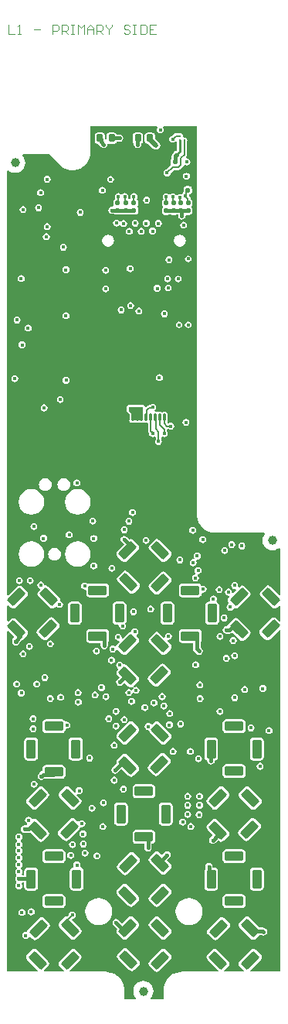
<source format=gtl>
G04*
G04 #@! TF.GenerationSoftware,Altium Limited,Altium Designer,21.3.1 (25)*
G04*
G04 Layer_Physical_Order=1*
G04 Layer_Color=5855741*
%FSLAX25Y25*%
%MOIN*%
G70*
G04*
G04 #@! TF.SameCoordinates,17E3FC6B-7FA6-4A94-9312-BAE076C6F9B9*
G04*
G04*
G04 #@! TF.FilePolarity,Positive*
G04*
G01*
G75*
%ADD11C,0.00394*%
%ADD12C,0.00787*%
G04:AMPARAMS|DCode=13|XSize=31.5mil|YSize=27.56mil|CornerRadius=3.45mil|HoleSize=0mil|Usage=FLASHONLY|Rotation=270.000|XOffset=0mil|YOffset=0mil|HoleType=Round|Shape=RoundedRectangle|*
%AMROUNDEDRECTD13*
21,1,0.03150,0.02067,0,0,270.0*
21,1,0.02461,0.02756,0,0,270.0*
1,1,0.00689,-0.01034,-0.01230*
1,1,0.00689,-0.01034,0.01230*
1,1,0.00689,0.01034,0.01230*
1,1,0.00689,0.01034,-0.01230*
%
%ADD13ROUNDEDRECTD13*%
G04:AMPARAMS|DCode=14|XSize=20.47mil|YSize=20.47mil|CornerRadius=4.1mil|HoleSize=0mil|Usage=FLASHONLY|Rotation=270.000|XOffset=0mil|YOffset=0mil|HoleType=Round|Shape=RoundedRectangle|*
%AMROUNDEDRECTD14*
21,1,0.02047,0.01228,0,0,270.0*
21,1,0.01228,0.02047,0,0,270.0*
1,1,0.00819,-0.00614,-0.00614*
1,1,0.00819,-0.00614,0.00614*
1,1,0.00819,0.00614,0.00614*
1,1,0.00819,0.00614,-0.00614*
%
%ADD14ROUNDEDRECTD14*%
G04:AMPARAMS|DCode=15|XSize=20.47mil|YSize=20.47mil|CornerRadius=4.1mil|HoleSize=0mil|Usage=FLASHONLY|Rotation=180.000|XOffset=0mil|YOffset=0mil|HoleType=Round|Shape=RoundedRectangle|*
%AMROUNDEDRECTD15*
21,1,0.02047,0.01228,0,0,180.0*
21,1,0.01228,0.02047,0,0,180.0*
1,1,0.00819,-0.00614,0.00614*
1,1,0.00819,0.00614,0.00614*
1,1,0.00819,0.00614,-0.00614*
1,1,0.00819,-0.00614,-0.00614*
%
%ADD15ROUNDEDRECTD15*%
%ADD16C,0.00984*%
G04:AMPARAMS|DCode=17|XSize=11.81mil|YSize=31.5mil|CornerRadius=1.48mil|HoleSize=0mil|Usage=FLASHONLY|Rotation=0.000|XOffset=0mil|YOffset=0mil|HoleType=Round|Shape=RoundedRectangle|*
%AMROUNDEDRECTD17*
21,1,0.01181,0.02854,0,0,0.0*
21,1,0.00886,0.03150,0,0,0.0*
1,1,0.00295,0.00443,-0.01427*
1,1,0.00295,-0.00443,-0.01427*
1,1,0.00295,-0.00443,0.01427*
1,1,0.00295,0.00443,0.01427*
%
%ADD17ROUNDEDRECTD17*%
G04:AMPARAMS|DCode=18|XSize=23.62mil|YSize=39.37mil|CornerRadius=2.95mil|HoleSize=0mil|Usage=FLASHONLY|Rotation=0.000|XOffset=0mil|YOffset=0mil|HoleType=Round|Shape=RoundedRectangle|*
%AMROUNDEDRECTD18*
21,1,0.02362,0.03347,0,0,0.0*
21,1,0.01772,0.03937,0,0,0.0*
1,1,0.00591,0.00886,-0.01673*
1,1,0.00591,-0.00886,-0.01673*
1,1,0.00591,-0.00886,0.01673*
1,1,0.00591,0.00886,0.01673*
%
%ADD18ROUNDEDRECTD18*%
G04:AMPARAMS|DCode=32|XSize=39.37mil|YSize=78.74mil|CornerRadius=4.92mil|HoleSize=0mil|Usage=FLASHONLY|Rotation=225.000|XOffset=0mil|YOffset=0mil|HoleType=Round|Shape=RoundedRectangle|*
%AMROUNDEDRECTD32*
21,1,0.03937,0.06890,0,0,225.0*
21,1,0.02953,0.07874,0,0,225.0*
1,1,0.00984,-0.03480,0.01392*
1,1,0.00984,-0.01392,0.03480*
1,1,0.00984,0.03480,-0.01392*
1,1,0.00984,0.01392,-0.03480*
%
%ADD32ROUNDEDRECTD32*%
G04:AMPARAMS|DCode=33|XSize=39.37mil|YSize=78.74mil|CornerRadius=4.92mil|HoleSize=0mil|Usage=FLASHONLY|Rotation=315.000|XOffset=0mil|YOffset=0mil|HoleType=Round|Shape=RoundedRectangle|*
%AMROUNDEDRECTD33*
21,1,0.03937,0.06890,0,0,315.0*
21,1,0.02953,0.07874,0,0,315.0*
1,1,0.00984,-0.01392,-0.03480*
1,1,0.00984,-0.03480,-0.01392*
1,1,0.00984,0.01392,0.03480*
1,1,0.00984,0.03480,0.01392*
%
%ADD33ROUNDEDRECTD33*%
%ADD34C,0.10000*%
G04:AMPARAMS|DCode=35|XSize=39.37mil|YSize=78.74mil|CornerRadius=4.92mil|HoleSize=0mil|Usage=FLASHONLY|Rotation=0.000|XOffset=0mil|YOffset=0mil|HoleType=Round|Shape=RoundedRectangle|*
%AMROUNDEDRECTD35*
21,1,0.03937,0.06890,0,0,0.0*
21,1,0.02953,0.07874,0,0,0.0*
1,1,0.00984,0.01476,-0.03445*
1,1,0.00984,-0.01476,-0.03445*
1,1,0.00984,-0.01476,0.03445*
1,1,0.00984,0.01476,0.03445*
%
%ADD35ROUNDEDRECTD35*%
G04:AMPARAMS|DCode=36|XSize=39.37mil|YSize=78.74mil|CornerRadius=4.92mil|HoleSize=0mil|Usage=FLASHONLY|Rotation=90.000|XOffset=0mil|YOffset=0mil|HoleType=Round|Shape=RoundedRectangle|*
%AMROUNDEDRECTD36*
21,1,0.03937,0.06890,0,0,90.0*
21,1,0.02953,0.07874,0,0,90.0*
1,1,0.00984,0.03445,0.01476*
1,1,0.00984,0.03445,-0.01476*
1,1,0.00984,-0.03445,-0.01476*
1,1,0.00984,-0.03445,0.01476*
%
%ADD36ROUNDEDRECTD36*%
%ADD37C,0.03937*%
%ADD38C,0.01575*%
%ADD39C,0.00984*%
%ADD40C,0.01181*%
%ADD41C,0.01968*%
%ADD42C,0.01772*%
%ADD43C,0.01575*%
G36*
X529946Y746002D02*
X530257Y745402D01*
X530101Y745169D01*
X529987Y744593D01*
X530101Y744017D01*
X530428Y743528D01*
X530916Y743202D01*
X531492Y743088D01*
X532068Y743202D01*
X532557Y743528D01*
X532883Y744017D01*
X532998Y744593D01*
X532883Y745169D01*
X532727Y745402D01*
X533038Y746002D01*
X547406Y746002D01*
Y720002D01*
X547405Y579002D01*
X547393Y578265D01*
X547583Y576803D01*
X548055Y575408D01*
X548791Y574131D01*
X549761Y573022D01*
X550929Y572123D01*
X552250Y571470D01*
X553673Y571087D01*
X554406Y571002D01*
X576172Y571002D01*
X576468Y570402D01*
X576134Y569968D01*
X575698Y568914D01*
X575549Y567784D01*
X575698Y566653D01*
X576134Y565600D01*
X576829Y564695D01*
X577733Y564001D01*
X578787Y563565D01*
X579917Y563416D01*
X581048Y563565D01*
X582101Y564001D01*
X582806Y564541D01*
X583406Y564278D01*
Y544354D01*
X582851Y544124D01*
X579069Y547906D01*
X578581Y548233D01*
X578005Y548347D01*
X577429Y548233D01*
X576940Y547906D01*
X574853Y545818D01*
X574526Y545330D01*
X574412Y544754D01*
X574526Y544178D01*
X574853Y543690D01*
X579724Y538818D01*
X580213Y538491D01*
X580789Y538377D01*
X581365Y538491D01*
X581853Y538818D01*
X582851Y539816D01*
X583406Y539586D01*
Y533218D01*
X582851Y532989D01*
X581575Y534265D01*
X581086Y534592D01*
X580510Y534706D01*
X579934Y534592D01*
X579446Y534265D01*
X574574Y529393D01*
X574248Y528905D01*
X574133Y528329D01*
X574248Y527753D01*
X574574Y527265D01*
X576662Y525177D01*
X577150Y524850D01*
X577726Y524736D01*
X578302Y524850D01*
X578791Y525177D01*
X582851Y529237D01*
X583406Y529007D01*
X583406Y382002D01*
X570390Y382002D01*
X570142Y382602D01*
X574810Y387270D01*
X575136Y387758D01*
X575250Y388334D01*
X575136Y388911D01*
X574810Y389399D01*
X572722Y391487D01*
X572233Y391813D01*
X571657Y391928D01*
X571081Y391813D01*
X570593Y391487D01*
X565721Y386615D01*
X565395Y386127D01*
X565280Y385551D01*
X565395Y384975D01*
X565721Y384486D01*
X567605Y382602D01*
X567356Y382002D01*
X559255Y382002D01*
X559006Y382602D01*
X560890Y384486D01*
X561216Y384975D01*
X561331Y385551D01*
X561216Y386127D01*
X560890Y386615D01*
X556018Y391487D01*
X555530Y391813D01*
X554954Y391928D01*
X554378Y391813D01*
X553890Y391487D01*
X551802Y389399D01*
X551475Y388911D01*
X551361Y388334D01*
X551475Y387758D01*
X551802Y387270D01*
X556469Y382602D01*
X556221Y382002D01*
X540816Y382002D01*
X540816Y382002D01*
X540036Y381964D01*
X538506Y381660D01*
X537065Y381063D01*
X535768Y380196D01*
X534665Y379093D01*
X533798Y377796D01*
X533201Y376354D01*
X532897Y374824D01*
X532858Y374044D01*
Y370002D01*
X527476D01*
X527368Y370318D01*
X527317Y370602D01*
X527980Y371466D01*
X528416Y372520D01*
X528565Y373650D01*
X528416Y374781D01*
X527980Y375834D01*
X527286Y376739D01*
X526381Y377433D01*
X525327Y377870D01*
X524197Y378018D01*
X523066Y377870D01*
X522013Y377433D01*
X521108Y376739D01*
X520414Y375834D01*
X519978Y374781D01*
X519829Y373650D01*
X519978Y372520D01*
X520414Y371466D01*
X521077Y370602D01*
X521026Y370318D01*
X520918Y370002D01*
X515929D01*
X515929Y374044D01*
X515929Y374044D01*
X515929Y374044D01*
X515891Y374824D01*
X515586Y376354D01*
X514989Y377796D01*
X514123Y379093D01*
X513020Y380196D01*
X511722Y381063D01*
X510281Y381660D01*
X508751Y381964D01*
X507971Y382002D01*
X492590Y382002D01*
X492342Y382602D01*
X497010Y387270D01*
X497336Y387758D01*
X497450Y388334D01*
X497336Y388911D01*
X497010Y389399D01*
X494922Y391487D01*
X494433Y391813D01*
X493857Y391928D01*
X493281Y391813D01*
X492793Y391487D01*
X487921Y386615D01*
X487595Y386127D01*
X487480Y385551D01*
X487595Y384975D01*
X487921Y384486D01*
X489805Y382602D01*
X489556Y382002D01*
X481455Y382002D01*
X481206Y382602D01*
X483090Y384486D01*
X483416Y384975D01*
X483531Y385551D01*
X483416Y386127D01*
X483090Y386615D01*
X478218Y391487D01*
X477730Y391813D01*
X477154Y391928D01*
X476578Y391813D01*
X476089Y391487D01*
X474002Y389399D01*
X473675Y388911D01*
X473561Y388334D01*
X473675Y387758D01*
X474002Y387270D01*
X478669Y382602D01*
X478421Y382002D01*
X465406Y382002D01*
Y528482D01*
X465960Y528712D01*
X468429Y526242D01*
X467981Y525794D01*
X467633Y525273D01*
X467511Y524659D01*
X467511Y524659D01*
Y524233D01*
X467473Y524044D01*
X467595Y523430D01*
X467943Y522909D01*
X468464Y522561D01*
X469079Y522438D01*
X469693Y522561D01*
X470214Y522909D01*
X470252Y522946D01*
X470600Y523467D01*
X470700Y523972D01*
X471272Y524544D01*
X471414Y524572D01*
X471902Y524898D01*
X473990Y526986D01*
X474316Y527475D01*
X474431Y528051D01*
X474316Y528627D01*
X473990Y529115D01*
X469118Y533987D01*
X468630Y534313D01*
X468054Y534428D01*
X467478Y534313D01*
X466990Y533987D01*
X465960Y532957D01*
X465406Y533187D01*
Y539618D01*
X465960Y539847D01*
X466990Y538818D01*
X467478Y538491D01*
X468054Y538377D01*
X468630Y538491D01*
X469118Y538818D01*
X473990Y543690D01*
X474316Y544178D01*
X474431Y544754D01*
X474316Y545330D01*
X473990Y545818D01*
X471902Y547906D01*
X471414Y548233D01*
X470838Y548347D01*
X470735Y548933D01*
X471230Y549031D01*
X471718Y549358D01*
X472044Y549846D01*
X472159Y550422D01*
X472044Y550998D01*
X471718Y551486D01*
X471230Y551813D01*
X470654Y551927D01*
X470078Y551813D01*
X469589Y551486D01*
X469263Y550998D01*
X469148Y550422D01*
X469263Y549846D01*
X469589Y549358D01*
X470078Y549031D01*
X470654Y548917D01*
X470757Y548331D01*
X470262Y548233D01*
X469773Y547906D01*
X465960Y544093D01*
X465406Y544322D01*
Y726914D01*
X466006Y727177D01*
X466710Y726637D01*
X467763Y726200D01*
X468894Y726052D01*
X470024Y726200D01*
X471078Y726637D01*
X471982Y727331D01*
X472677Y728236D01*
X473113Y729289D01*
X473262Y730420D01*
X473113Y731550D01*
X472677Y732604D01*
X472064Y733402D01*
X472235Y734002D01*
X483506D01*
X487967Y729541D01*
X487967Y729541D01*
X488519Y729012D01*
X489764Y728129D01*
X491157Y727506D01*
X492646Y727167D01*
X494172Y727125D01*
X495677Y727381D01*
X497102Y727926D01*
X498394Y728739D01*
X499503Y729788D01*
X500386Y731034D01*
X501009Y732428D01*
X501347Y733916D01*
X501405Y734678D01*
X501406Y746002D01*
X529946Y746002D01*
D02*
G37*
%LPC*%
G36*
X511498Y743387D02*
X509431D01*
X508989Y743299D01*
X508615Y743049D01*
X508365Y742674D01*
X508277Y742233D01*
Y740757D01*
X507955Y740476D01*
X507677Y740414D01*
X507534Y740560D01*
Y742233D01*
X507446Y742674D01*
X507196Y743049D01*
X506822Y743299D01*
X506380Y743387D01*
X504313D01*
X503871Y743299D01*
X503497Y743049D01*
X503247Y742674D01*
X503159Y742233D01*
Y739772D01*
X503247Y739330D01*
X503497Y738956D01*
X503871Y738706D01*
X504313Y738618D01*
X504592D01*
X504802Y738304D01*
X505947Y737158D01*
X506468Y736810D01*
X507083Y736688D01*
X507697Y736810D01*
X508218Y737158D01*
X508566Y737679D01*
X508671Y738204D01*
X508757Y738340D01*
X509228Y738658D01*
X509431Y738618D01*
X511498D01*
X511940Y738706D01*
X512314Y738956D01*
X512564Y739330D01*
X512577Y739397D01*
X513906D01*
X514520Y739519D01*
X515041Y739867D01*
X515389Y740388D01*
X515511Y741002D01*
X515389Y741617D01*
X515041Y742138D01*
X514520Y742486D01*
X513906Y742608D01*
X512577D01*
X512564Y742674D01*
X512314Y743049D01*
X511940Y743299D01*
X511498Y743387D01*
D02*
G37*
G36*
X522880D02*
X520813D01*
X520371Y743299D01*
X519997Y743049D01*
X519747Y742674D01*
X519659Y742233D01*
Y739772D01*
X519747Y739330D01*
X519997Y738956D01*
X520082Y738899D01*
Y738483D01*
X520044Y738294D01*
X520166Y737679D01*
X520514Y737158D01*
X521035Y736810D01*
X521650Y736688D01*
X522264Y736810D01*
X522785Y737158D01*
X522823Y737196D01*
X523171Y737717D01*
X523293Y738331D01*
X523322Y738706D01*
X523696Y738956D01*
X523946Y739330D01*
X524034Y739772D01*
Y742233D01*
X523946Y742674D01*
X523696Y743049D01*
X523322Y743299D01*
X522880Y743387D01*
D02*
G37*
G36*
X527998D02*
X525931D01*
X525490Y743299D01*
X525115Y743049D01*
X524865Y742674D01*
X524777Y742233D01*
Y739772D01*
X524865Y739330D01*
X525115Y738956D01*
X525490Y738706D01*
X525931Y738618D01*
X526401D01*
X528396Y736623D01*
X528396Y736623D01*
X528982Y736231D01*
X529673Y736094D01*
X530365Y736231D01*
X530950Y736623D01*
X531342Y737209D01*
X531480Y737900D01*
X531342Y738591D01*
X530950Y739177D01*
X529152Y740976D01*
Y742233D01*
X529064Y742674D01*
X528814Y743049D01*
X528440Y743299D01*
X527998Y743387D01*
D02*
G37*
G36*
X539921Y743291D02*
X539422Y743192D01*
X539421Y743191D01*
X538202D01*
X537742Y743099D01*
X537351Y742838D01*
X536548Y742036D01*
X536219Y741970D01*
X535731Y741644D01*
X535405Y741155D01*
X535290Y740580D01*
X535405Y740003D01*
X535731Y739515D01*
X536219Y739189D01*
X536795Y739074D01*
X537371Y739189D01*
X537860Y739515D01*
X538017Y739750D01*
X538617Y739568D01*
Y735860D01*
X538238Y735481D01*
X537873Y735409D01*
X537353Y735061D01*
X537138Y734740D01*
X536892Y734494D01*
X536544Y733973D01*
X536422Y733358D01*
X536422Y733358D01*
Y732362D01*
X536314Y732290D01*
X536050Y731894D01*
X535957Y731427D01*
Y730199D01*
X536050Y729732D01*
X536057Y729340D01*
X534186Y727469D01*
X533857Y727403D01*
X533369Y727077D01*
X533042Y726589D01*
X532928Y726013D01*
X533042Y725436D01*
X533369Y724948D01*
X533857Y724622D01*
X534433Y724507D01*
X535009Y724622D01*
X535498Y724948D01*
X535824Y725436D01*
X535889Y725766D01*
X537408Y727284D01*
X539273D01*
X539273Y727284D01*
X539734Y727376D01*
X540124Y727637D01*
X541297Y728809D01*
X541297Y728809D01*
X541558Y729200D01*
X541563Y729226D01*
X542225Y729477D01*
X542420Y729346D01*
X542996Y729232D01*
X543572Y729346D01*
X544061Y729672D01*
X544387Y730161D01*
X544501Y730737D01*
X544387Y731313D01*
X544061Y731801D01*
X543572Y732128D01*
X542996Y732242D01*
X542781Y732199D01*
X542485Y732752D01*
X542741Y733008D01*
X542741Y733008D01*
X543002Y733399D01*
X543094Y733860D01*
Y739517D01*
X543095Y739519D01*
X543194Y740018D01*
X543095Y740517D01*
X542812Y740941D01*
X542389Y741223D01*
X541890Y741323D01*
X541652Y741275D01*
X541179Y741748D01*
X541226Y741987D01*
X541127Y742486D01*
X540844Y742909D01*
X540420Y743192D01*
X539921Y743291D01*
D02*
G37*
G36*
X542732Y726108D02*
X542156Y725993D01*
X541668Y725667D01*
X541341Y725179D01*
X541227Y724603D01*
X541341Y724026D01*
X541668Y723538D01*
X542156Y723212D01*
X542732Y723097D01*
X543308Y723212D01*
X543796Y723538D01*
X544123Y724026D01*
X544237Y724603D01*
X544123Y725179D01*
X543796Y725667D01*
X543308Y725993D01*
X542732Y726108D01*
D02*
G37*
G36*
X482673Y724838D02*
X482097Y724724D01*
X481609Y724397D01*
X481283Y723909D01*
X481168Y723333D01*
X481283Y722757D01*
X481609Y722269D01*
X482097Y721942D01*
X482673Y721828D01*
X483249Y721942D01*
X483738Y722269D01*
X484064Y722757D01*
X484179Y723333D01*
X484064Y723909D01*
X483738Y724397D01*
X483249Y724724D01*
X482673Y724838D01*
D02*
G37*
G36*
X510024Y724762D02*
X509448Y724647D01*
X508959Y724321D01*
X508633Y723833D01*
X508518Y723257D01*
X508633Y722681D01*
X508959Y722192D01*
X509448Y721866D01*
X510024Y721751D01*
X510600Y721866D01*
X511088Y722192D01*
X511414Y722681D01*
X511529Y723257D01*
X511414Y723833D01*
X511088Y724321D01*
X510600Y724647D01*
X510024Y724762D01*
D02*
G37*
G36*
X506480Y720038D02*
X505904Y719923D01*
X505416Y719597D01*
X505090Y719108D01*
X504975Y718532D01*
X505090Y717956D01*
X505416Y717468D01*
X505904Y717141D01*
X506480Y717027D01*
X507056Y717141D01*
X507545Y717468D01*
X507871Y717956D01*
X507986Y718532D01*
X507871Y719108D01*
X507545Y719597D01*
X507056Y719923D01*
X506480Y720038D01*
D02*
G37*
G36*
X543917Y720364D02*
X542689D01*
X542222Y720271D01*
X541826Y720007D01*
X541562Y719611D01*
X541469Y719144D01*
Y717959D01*
X541429Y717900D01*
X541337Y717439D01*
X541337Y717439D01*
Y717322D01*
X541321Y717311D01*
X541159Y717068D01*
X540598Y716809D01*
X540379Y716802D01*
X539945Y716888D01*
X539369Y716773D01*
X538880Y716447D01*
X538802Y716330D01*
X538482Y716342D01*
X538141Y716420D01*
X537860Y716841D01*
X537371Y717167D01*
X536795Y717282D01*
X536219Y717167D01*
X535796Y716884D01*
X535576Y716820D01*
X535258D01*
X535039Y716884D01*
X534616Y717167D01*
X534039Y717282D01*
X533463Y717167D01*
X532975Y716841D01*
X532649Y716352D01*
X532534Y715776D01*
X532649Y715200D01*
X532835Y714921D01*
Y714758D01*
X532562Y714576D01*
X532298Y714180D01*
X532205Y713713D01*
Y712485D01*
X532298Y712018D01*
X532562Y711622D01*
Y711269D01*
X532298Y710873D01*
X532205Y710406D01*
Y709178D01*
X532298Y708711D01*
X532562Y708315D01*
X532958Y708050D01*
X533425Y707958D01*
X534654D01*
X535121Y708050D01*
X535381Y708225D01*
X535847D01*
X536108Y708050D01*
X536575Y707958D01*
X537803D01*
X538270Y708050D01*
X538531Y708225D01*
X538997D01*
X539127Y708138D01*
Y707509D01*
X539249Y706894D01*
X539597Y706373D01*
X540118Y706025D01*
X540732Y705903D01*
X541347Y706025D01*
X541868Y706373D01*
X542216Y706894D01*
X542327Y707455D01*
X542359Y707526D01*
X542874Y707958D01*
X544102D01*
X544569Y708050D01*
X544965Y708315D01*
X545230Y708711D01*
X545323Y709178D01*
Y710406D01*
X545230Y710873D01*
X544965Y711269D01*
Y711622D01*
X545230Y712018D01*
X545323Y712485D01*
Y713713D01*
X545230Y714180D01*
X544965Y714576D01*
X544581Y714833D01*
Y714989D01*
X544489Y715450D01*
X544228Y715840D01*
X544228Y715840D01*
X543957Y716112D01*
X543953Y716177D01*
X544045Y716721D01*
X544384Y716788D01*
X544780Y717053D01*
X545045Y717449D01*
X545138Y717916D01*
Y719144D01*
X545045Y719611D01*
X544780Y720007D01*
X544384Y720271D01*
X543917Y720364D01*
D02*
G37*
G36*
X479799Y719051D02*
X479223Y718936D01*
X478735Y718610D01*
X478408Y718122D01*
X478294Y717546D01*
X478408Y716970D01*
X478735Y716481D01*
X479223Y716155D01*
X479799Y716040D01*
X480375Y716155D01*
X480864Y716481D01*
X481190Y716970D01*
X481305Y717546D01*
X481190Y718122D01*
X480864Y718610D01*
X480375Y718936D01*
X479799Y719051D01*
D02*
G37*
G36*
X520075Y717358D02*
X519499Y717243D01*
X519010Y716917D01*
X518684Y716429D01*
X518570Y715853D01*
X518683Y715283D01*
X518683Y715274D01*
X518503Y714911D01*
X517830Y714772D01*
X517613Y714917D01*
X517580Y715349D01*
X517561Y715442D01*
X517643Y715853D01*
X517528Y716429D01*
X517202Y716917D01*
X516714Y717243D01*
X516138Y717358D01*
X515562Y717243D01*
X515073Y716917D01*
X515060Y716897D01*
X514460D01*
X514446Y716917D01*
X513958Y717243D01*
X513382Y717358D01*
X512806Y717243D01*
X512318Y716917D01*
X511991Y716429D01*
X511877Y715853D01*
X511958Y715442D01*
X511940Y715349D01*
X511907Y714917D01*
X511511Y714653D01*
X511247Y714257D01*
X511154Y713790D01*
Y712561D01*
X511235Y712153D01*
X511216Y712049D01*
X510887Y711553D01*
X510626D01*
X510012Y711431D01*
X509491Y711083D01*
X509143Y710562D01*
X509020Y709947D01*
X509143Y709333D01*
X509491Y708812D01*
X510012Y708464D01*
X510626Y708342D01*
X511586D01*
X511907Y708127D01*
X512374Y708034D01*
X513602D01*
X514069Y708127D01*
X514273Y708263D01*
X515247D01*
X515450Y708127D01*
X515917Y708034D01*
X517146D01*
X517613Y708127D01*
X517816Y708263D01*
X518790D01*
X518994Y708127D01*
X519461Y708034D01*
X520689D01*
X521156Y708127D01*
X521552Y708391D01*
X521816Y708787D01*
X521909Y709254D01*
Y710483D01*
X521816Y710950D01*
X521552Y711345D01*
Y711698D01*
X521816Y712094D01*
X521909Y712561D01*
Y713790D01*
X521816Y714257D01*
X521552Y714653D01*
X521279Y714835D01*
Y714998D01*
X521465Y715277D01*
X521580Y715853D01*
X521465Y716429D01*
X521139Y716917D01*
X520651Y717243D01*
X520075Y717358D01*
D02*
G37*
G36*
X525587Y715783D02*
X525011Y715669D01*
X524522Y715342D01*
X524196Y714854D01*
X524081Y714278D01*
X524196Y713702D01*
X524522Y713213D01*
X525011Y712887D01*
X525587Y712773D01*
X526163Y712887D01*
X526651Y713213D01*
X526977Y713702D01*
X527092Y714278D01*
X526977Y714854D01*
X526651Y715342D01*
X526163Y715669D01*
X525587Y715783D01*
D02*
G37*
G36*
X478921Y712557D02*
X478345Y712443D01*
X477857Y712116D01*
X477531Y711628D01*
X477416Y711052D01*
X477531Y710476D01*
X477857Y709987D01*
X478345Y709661D01*
X478921Y709547D01*
X479497Y709661D01*
X479986Y709987D01*
X480312Y710476D01*
X480427Y711052D01*
X480312Y711628D01*
X479986Y712116D01*
X479497Y712443D01*
X478921Y712557D01*
D02*
G37*
G36*
X472251Y711750D02*
X471675Y711635D01*
X471187Y711309D01*
X470860Y710820D01*
X470746Y710244D01*
X470860Y709668D01*
X471187Y709180D01*
X471675Y708854D01*
X472251Y708739D01*
X472827Y708854D01*
X473315Y709180D01*
X473642Y709668D01*
X473756Y710244D01*
X473642Y710820D01*
X473315Y711309D01*
X472827Y711635D01*
X472251Y711750D01*
D02*
G37*
G36*
X496912Y710523D02*
X496336Y710409D01*
X495848Y710082D01*
X495521Y709594D01*
X495407Y709018D01*
X495521Y708442D01*
X495848Y707954D01*
X496336Y707627D01*
X496912Y707513D01*
X497488Y707627D01*
X497976Y707954D01*
X498303Y708442D01*
X498417Y709018D01*
X498303Y709594D01*
X497976Y710082D01*
X497488Y710409D01*
X496912Y710523D01*
D02*
G37*
G36*
X520703Y705839D02*
X520127Y705725D01*
X519639Y705398D01*
X519312Y704910D01*
X519198Y704334D01*
X519312Y703758D01*
X519639Y703270D01*
X520127Y702943D01*
X520703Y702829D01*
X521279Y702943D01*
X521768Y703270D01*
X522094Y703758D01*
X522208Y704334D01*
X522094Y704910D01*
X521768Y705398D01*
X521279Y705725D01*
X520703Y705839D01*
D02*
G37*
G36*
X530656Y705825D02*
X530080Y705711D01*
X529591Y705384D01*
X529265Y704896D01*
X529150Y704320D01*
X529265Y703744D01*
X529591Y703255D01*
X530080Y702929D01*
X530656Y702814D01*
X531232Y702929D01*
X531720Y703255D01*
X532046Y703744D01*
X532161Y704320D01*
X532046Y704896D01*
X531720Y705384D01*
X531232Y705711D01*
X530656Y705825D01*
D02*
G37*
G36*
X525445Y705799D02*
X524869Y705685D01*
X524381Y705359D01*
X524055Y704870D01*
X523940Y704294D01*
X524055Y703718D01*
X524381Y703230D01*
X524869Y702903D01*
X525445Y702789D01*
X526021Y702903D01*
X526510Y703230D01*
X526836Y703718D01*
X526951Y704294D01*
X526836Y704870D01*
X526510Y705359D01*
X526021Y705685D01*
X525445Y705799D01*
D02*
G37*
G36*
X512595Y705941D02*
X512018Y705826D01*
X511530Y705500D01*
X511204Y705011D01*
X511089Y704435D01*
X511204Y703859D01*
X511530Y703371D01*
X512018Y703045D01*
X512595Y702930D01*
X513171Y703045D01*
X513659Y703371D01*
X513692Y703421D01*
X513727Y703433D01*
X514386Y703379D01*
X514558Y703122D01*
X515046Y702796D01*
X515622Y702681D01*
X516198Y702796D01*
X516687Y703122D01*
X517013Y703611D01*
X517128Y704187D01*
X517013Y704763D01*
X516687Y705251D01*
X516198Y705578D01*
X515622Y705692D01*
X515046Y705578D01*
X514558Y705251D01*
X514525Y705202D01*
X514490Y705189D01*
X513831Y705243D01*
X513659Y705500D01*
X513171Y705826D01*
X512595Y705941D01*
D02*
G37*
G36*
X541520Y705077D02*
X540944Y704962D01*
X540455Y704636D01*
X540129Y704148D01*
X540014Y703572D01*
X540129Y702995D01*
X540455Y702507D01*
X540944Y702181D01*
X541520Y702066D01*
X542096Y702181D01*
X542584Y702507D01*
X542910Y702995D01*
X543025Y703572D01*
X542910Y704148D01*
X542584Y704636D01*
X542096Y704962D01*
X541520Y705077D01*
D02*
G37*
G36*
X482673Y704366D02*
X482097Y704251D01*
X481609Y703925D01*
X481283Y703437D01*
X481168Y702861D01*
X481283Y702284D01*
X481609Y701796D01*
X482097Y701470D01*
X482673Y701355D01*
X483249Y701470D01*
X483738Y701796D01*
X484064Y702284D01*
X484179Y702861D01*
X484064Y703437D01*
X483738Y703925D01*
X483249Y704251D01*
X482673Y704366D01*
D02*
G37*
G36*
X528156Y702477D02*
X527579Y702362D01*
X527091Y702036D01*
X526765Y701547D01*
X526650Y700971D01*
X526765Y700395D01*
X527091Y699907D01*
X527579Y699581D01*
X528156Y699466D01*
X528732Y699581D01*
X529220Y699907D01*
X529546Y700395D01*
X529661Y700971D01*
X529546Y701547D01*
X529220Y702036D01*
X528732Y702362D01*
X528156Y702477D01*
D02*
G37*
G36*
X523224Y702397D02*
X522648Y702283D01*
X522160Y701957D01*
X521834Y701468D01*
X521719Y700892D01*
X521834Y700316D01*
X522160Y699828D01*
X522648Y699501D01*
X523224Y699387D01*
X523801Y699501D01*
X524289Y699828D01*
X524615Y700316D01*
X524730Y700892D01*
X524615Y701468D01*
X524289Y701957D01*
X523801Y702283D01*
X523224Y702397D01*
D02*
G37*
G36*
X518106D02*
X517530Y702283D01*
X517042Y701957D01*
X516716Y701468D01*
X516601Y700892D01*
X516716Y700316D01*
X517042Y699828D01*
X517530Y699501D01*
X518106Y699387D01*
X518682Y699501D01*
X519171Y699828D01*
X519497Y700316D01*
X519612Y700892D01*
X519497Y701468D01*
X519171Y701957D01*
X518682Y702283D01*
X518106Y702397D01*
D02*
G37*
G36*
X482280Y700035D02*
X481704Y699921D01*
X481215Y699594D01*
X480889Y699106D01*
X480774Y698530D01*
X480889Y697954D01*
X481215Y697466D01*
X481704Y697139D01*
X482280Y697025D01*
X482856Y697139D01*
X483344Y697466D01*
X483670Y697954D01*
X483785Y698530D01*
X483670Y699106D01*
X483344Y699594D01*
X482856Y699921D01*
X482280Y700035D01*
D02*
G37*
G36*
X539858Y699461D02*
X538868Y699264D01*
X538027Y698702D01*
X537466Y697862D01*
X537269Y696872D01*
X537466Y695881D01*
X538027Y695041D01*
X538868Y694480D01*
X539858Y694282D01*
X540849Y694480D01*
X541689Y695041D01*
X542250Y695881D01*
X542447Y696872D01*
X542250Y697862D01*
X541689Y698702D01*
X540849Y699264D01*
X539858Y699461D01*
D02*
G37*
G36*
X508953D02*
X507962Y699264D01*
X507122Y698702D01*
X506561Y697862D01*
X506364Y696872D01*
X506561Y695881D01*
X507122Y695041D01*
X507962Y694480D01*
X508953Y694282D01*
X509944Y694480D01*
X510784Y695041D01*
X511345Y695881D01*
X511542Y696872D01*
X511345Y697862D01*
X510784Y698702D01*
X509944Y699264D01*
X508953Y699461D01*
D02*
G37*
G36*
X489658Y695535D02*
X489082Y695421D01*
X488593Y695094D01*
X488267Y694606D01*
X488153Y694030D01*
X488267Y693454D01*
X488593Y692966D01*
X489082Y692639D01*
X489658Y692525D01*
X490234Y692639D01*
X490722Y692966D01*
X491049Y693454D01*
X491163Y694030D01*
X491049Y694606D01*
X490722Y695094D01*
X490234Y695421D01*
X489658Y695535D01*
D02*
G37*
G36*
X543488Y690410D02*
X542951Y690303D01*
X542495Y689998D01*
X542190Y689542D01*
X542083Y689005D01*
X542190Y688467D01*
X542495Y688011D01*
X542951Y687707D01*
X543488Y687600D01*
X544026Y687707D01*
X544482Y688011D01*
X544786Y688467D01*
X544893Y689005D01*
X544786Y689542D01*
X544482Y689998D01*
X544026Y690303D01*
X543488Y690410D01*
D02*
G37*
G36*
X535220Y690116D02*
X534645Y690002D01*
X534156Y689675D01*
X533830Y689187D01*
X533715Y688611D01*
X533830Y688035D01*
X534156Y687547D01*
X534645Y687220D01*
X535220Y687106D01*
X535797Y687220D01*
X536285Y687547D01*
X536611Y688035D01*
X536726Y688611D01*
X536611Y689187D01*
X536285Y689675D01*
X535797Y690002D01*
X535220Y690116D01*
D02*
G37*
G36*
X518500Y686256D02*
X517924Y686141D01*
X517436Y685815D01*
X517109Y685326D01*
X516995Y684750D01*
X517109Y684174D01*
X517436Y683686D01*
X517924Y683360D01*
X518500Y683245D01*
X519076Y683360D01*
X519564Y683686D01*
X519891Y684174D01*
X520005Y684750D01*
X519891Y685326D01*
X519564Y685815D01*
X519076Y686141D01*
X518500Y686256D01*
D02*
G37*
G36*
X490732Y685785D02*
X490156Y685671D01*
X489668Y685345D01*
X489342Y684856D01*
X489227Y684280D01*
X489342Y683704D01*
X489668Y683216D01*
X490156Y682890D01*
X490732Y682775D01*
X491308Y682890D01*
X491797Y683216D01*
X492123Y683704D01*
X492238Y684280D01*
X492123Y684856D01*
X491797Y685345D01*
X491308Y685671D01*
X490732Y685785D01*
D02*
G37*
G36*
X507934Y685630D02*
X507358Y685515D01*
X506870Y685189D01*
X506543Y684701D01*
X506429Y684125D01*
X506543Y683549D01*
X506870Y683060D01*
X507358Y682734D01*
X507934Y682619D01*
X508510Y682734D01*
X508998Y683060D01*
X509325Y683549D01*
X509439Y684125D01*
X509325Y684701D01*
X508998Y685189D01*
X508510Y685515D01*
X507934Y685630D01*
D02*
G37*
G36*
X471421Y682055D02*
X470845Y681940D01*
X470357Y681614D01*
X470031Y681125D01*
X469916Y680549D01*
X470031Y679973D01*
X470357Y679485D01*
X470845Y679159D01*
X471421Y679044D01*
X471997Y679159D01*
X472486Y679485D01*
X472812Y679973D01*
X472927Y680549D01*
X472812Y681125D01*
X472486Y681614D01*
X471997Y681940D01*
X471421Y682055D01*
D02*
G37*
G36*
X539157Y681748D02*
X538620Y681641D01*
X538164Y681337D01*
X537859Y680881D01*
X537753Y680343D01*
X537859Y679806D01*
X538164Y679350D01*
X538620Y679045D01*
X539157Y678938D01*
X539695Y679045D01*
X540151Y679350D01*
X540455Y679806D01*
X540562Y680343D01*
X540455Y680881D01*
X540151Y681337D01*
X539695Y681641D01*
X539157Y681748D01*
D02*
G37*
G36*
X534642Y681925D02*
X534066Y681810D01*
X533577Y681484D01*
X533251Y680996D01*
X533137Y680420D01*
X533251Y679844D01*
X533577Y679355D01*
X534066Y679029D01*
X534642Y678914D01*
X535218Y679029D01*
X535706Y679355D01*
X536032Y679844D01*
X536147Y680420D01*
X536032Y680996D01*
X535706Y681484D01*
X535218Y681810D01*
X534642Y681925D01*
D02*
G37*
G36*
X534827Y677811D02*
X534289Y677704D01*
X533833Y677400D01*
X533529Y676944D01*
X533422Y676406D01*
X533529Y675869D01*
X533833Y675413D01*
X534289Y675108D01*
X534827Y675001D01*
X535364Y675108D01*
X535820Y675413D01*
X536125Y675869D01*
X536232Y676406D01*
X536125Y676944D01*
X535820Y677400D01*
X535364Y677704D01*
X534827Y677811D01*
D02*
G37*
G36*
X530138Y677794D02*
X529562Y677679D01*
X529074Y677353D01*
X528748Y676864D01*
X528633Y676288D01*
X528748Y675712D01*
X529074Y675224D01*
X529562Y674898D01*
X530138Y674783D01*
X530715Y674898D01*
X531203Y675224D01*
X531529Y675712D01*
X531644Y676288D01*
X531529Y676864D01*
X531203Y677353D01*
X530715Y677679D01*
X530138Y677794D01*
D02*
G37*
G36*
X507870Y677594D02*
X507294Y677480D01*
X506806Y677153D01*
X506479Y676665D01*
X506365Y676089D01*
X506479Y675513D01*
X506806Y675025D01*
X507294Y674698D01*
X507870Y674584D01*
X508446Y674698D01*
X508934Y675025D01*
X509261Y675513D01*
X509375Y676089D01*
X509261Y676665D01*
X508934Y677153D01*
X508446Y677480D01*
X507870Y677594D01*
D02*
G37*
G36*
X518685Y670431D02*
X518109Y670317D01*
X517621Y669990D01*
X517294Y669502D01*
X517180Y668926D01*
X517294Y668350D01*
X517621Y667862D01*
X518109Y667535D01*
X518685Y667421D01*
X519261Y667535D01*
X519749Y667862D01*
X520076Y668350D01*
X520190Y668926D01*
X520076Y669502D01*
X519749Y669990D01*
X519261Y670317D01*
X518685Y670431D01*
D02*
G37*
G36*
X514563Y668539D02*
X513987Y668425D01*
X513499Y668098D01*
X513172Y667610D01*
X513058Y667034D01*
X513172Y666458D01*
X513499Y665969D01*
X513987Y665643D01*
X514563Y665528D01*
X515139Y665643D01*
X515627Y665969D01*
X515954Y666458D01*
X516068Y667034D01*
X515954Y667610D01*
X515627Y668098D01*
X515139Y668425D01*
X514563Y668539D01*
D02*
G37*
G36*
X522228Y668069D02*
X521652Y667954D01*
X521164Y667628D01*
X520838Y667140D01*
X520723Y666564D01*
X520838Y665988D01*
X521164Y665499D01*
X521652Y665173D01*
X522228Y665058D01*
X522804Y665173D01*
X523293Y665499D01*
X523619Y665988D01*
X523734Y666564D01*
X523619Y667140D01*
X523293Y667628D01*
X522804Y667954D01*
X522228Y668069D01*
D02*
G37*
G36*
X533252Y666888D02*
X532676Y666773D01*
X532188Y666447D01*
X531861Y665959D01*
X531747Y665383D01*
X531861Y664807D01*
X532188Y664318D01*
X532676Y663992D01*
X533252Y663877D01*
X533828Y663992D01*
X534316Y664318D01*
X534643Y664807D01*
X534757Y665383D01*
X534643Y665959D01*
X534316Y666447D01*
X533828Y666773D01*
X533252Y666888D01*
D02*
G37*
G36*
X490770Y666063D02*
X490194Y665948D01*
X489706Y665622D01*
X489379Y665134D01*
X489265Y664558D01*
X489379Y663981D01*
X489706Y663493D01*
X490194Y663167D01*
X490770Y663052D01*
X491346Y663167D01*
X491834Y663493D01*
X492161Y663981D01*
X492275Y664558D01*
X492161Y665134D01*
X491834Y665622D01*
X491346Y665948D01*
X490770Y666063D01*
D02*
G37*
G36*
X469681Y664208D02*
X469105Y664094D01*
X468617Y663767D01*
X468290Y663279D01*
X468176Y662703D01*
X468290Y662127D01*
X468617Y661639D01*
X469105Y661312D01*
X469681Y661198D01*
X470257Y661312D01*
X470746Y661639D01*
X471072Y662127D01*
X471186Y662703D01*
X471072Y663279D01*
X470746Y663767D01*
X470257Y664094D01*
X469681Y664208D01*
D02*
G37*
G36*
X543488Y662063D02*
X542951Y661956D01*
X542495Y661652D01*
X542190Y661196D01*
X542083Y660658D01*
X542190Y660121D01*
X542495Y659665D01*
X542951Y659360D01*
X543488Y659253D01*
X544026Y659360D01*
X544482Y659665D01*
X544786Y660121D01*
X544893Y660658D01*
X544786Y661196D01*
X544482Y661652D01*
X544026Y661956D01*
X543488Y662063D01*
D02*
G37*
G36*
X539551D02*
X539014Y661956D01*
X538558Y661652D01*
X538253Y661196D01*
X538146Y660658D01*
X538253Y660121D01*
X538558Y659665D01*
X539014Y659360D01*
X539551Y659253D01*
X540089Y659360D01*
X540545Y659665D01*
X540849Y660121D01*
X540956Y660658D01*
X540849Y661196D01*
X540545Y661652D01*
X540089Y661956D01*
X539551Y662063D01*
D02*
G37*
G36*
X474421Y660681D02*
X473845Y660566D01*
X473357Y660240D01*
X473031Y659752D01*
X472916Y659175D01*
X473031Y658600D01*
X473357Y658111D01*
X473845Y657785D01*
X474421Y657670D01*
X474997Y657785D01*
X475486Y658111D01*
X475812Y658600D01*
X475927Y659175D01*
X475812Y659752D01*
X475486Y660240D01*
X474997Y660566D01*
X474421Y660681D01*
D02*
G37*
G36*
X471835Y653502D02*
X471259Y653387D01*
X470770Y653061D01*
X470444Y652573D01*
X470329Y651997D01*
X470444Y651421D01*
X470770Y650932D01*
X471259Y650606D01*
X471835Y650492D01*
X472411Y650606D01*
X472899Y650932D01*
X473225Y651421D01*
X473340Y651997D01*
X473225Y652573D01*
X472899Y653061D01*
X472411Y653387D01*
X471835Y653502D01*
D02*
G37*
G36*
X531099Y639405D02*
X530522Y639291D01*
X530034Y638964D01*
X529708Y638476D01*
X529593Y637900D01*
X529708Y637324D01*
X530034Y636835D01*
X530522Y636509D01*
X531099Y636395D01*
X531674Y636509D01*
X532163Y636835D01*
X532489Y637324D01*
X532604Y637900D01*
X532489Y638476D01*
X532163Y638964D01*
X531674Y639291D01*
X531099Y639405D01*
D02*
G37*
G36*
X468685Y638935D02*
X468109Y638821D01*
X467621Y638494D01*
X467294Y638006D01*
X467180Y637430D01*
X467294Y636854D01*
X467621Y636366D01*
X468109Y636039D01*
X468685Y635925D01*
X469261Y636039D01*
X469749Y636366D01*
X470076Y636854D01*
X470190Y637430D01*
X470076Y638006D01*
X469749Y638494D01*
X469261Y638821D01*
X468685Y638935D01*
D02*
G37*
G36*
X490833Y638185D02*
X490257Y638071D01*
X489768Y637745D01*
X489442Y637256D01*
X489327Y636680D01*
X489442Y636104D01*
X489768Y635616D01*
X490257Y635289D01*
X490833Y635175D01*
X491409Y635289D01*
X491897Y635616D01*
X492224Y636104D01*
X492338Y636680D01*
X492224Y637256D01*
X491897Y637745D01*
X491409Y638071D01*
X490833Y638185D01*
D02*
G37*
G36*
X488370Y629780D02*
X487832Y629673D01*
X487377Y629368D01*
X487072Y628912D01*
X486965Y628375D01*
X487072Y627837D01*
X487377Y627381D01*
X487832Y627077D01*
X488370Y626970D01*
X488908Y627077D01*
X489364Y627381D01*
X489668Y627837D01*
X489775Y628375D01*
X489668Y628912D01*
X489364Y629368D01*
X488908Y629673D01*
X488370Y629780D01*
D02*
G37*
G36*
X528232Y626534D02*
X527656Y626419D01*
X527168Y626093D01*
X527162Y626084D01*
X526706D01*
X526706Y626084D01*
X526245Y625993D01*
X525855Y625732D01*
X525369Y625246D01*
X524775Y625501D01*
X524754Y625609D01*
X524579Y625869D01*
X524319Y626043D01*
X524012Y626104D01*
X517821D01*
X517673Y626075D01*
X517525Y626048D01*
X517520Y626044D01*
X517514Y626043D01*
X517389Y625959D01*
X517262Y625877D01*
X517258Y625872D01*
X517254Y625869D01*
X517170Y625744D01*
X517084Y625619D01*
X517083Y625614D01*
X517080Y625609D01*
X517050Y625460D01*
X517019Y625313D01*
X516995Y623656D01*
X516996Y623648D01*
X516995Y623640D01*
X517025Y623494D01*
X517052Y623348D01*
X517056Y623341D01*
X517058Y623333D01*
X517141Y623210D01*
X517222Y623085D01*
X517229Y623080D01*
X517233Y623074D01*
X517805Y622508D01*
X517869Y622466D01*
X517924Y622411D01*
X518054Y622324D01*
X518095Y622263D01*
X518088Y622229D01*
Y619374D01*
X518161Y619009D01*
X518367Y618700D01*
X518677Y618494D01*
X519041Y618421D01*
X519927D01*
X520292Y618494D01*
X520441Y618593D01*
X520496D01*
X520645Y618494D01*
X521010Y618421D01*
X521896D01*
X522261Y618494D01*
X522410Y618593D01*
X522465D01*
X522614Y618494D01*
X522978Y618421D01*
X523864D01*
X524229Y618494D01*
X524406Y618611D01*
X524582Y618494D01*
X524947Y618421D01*
X525833D01*
X526154Y618157D01*
Y614850D01*
X526154Y614850D01*
X526246Y614389D01*
X526507Y613998D01*
X526640Y613865D01*
X526629Y613808D01*
X526743Y613232D01*
X527070Y612743D01*
X527558Y612417D01*
X528134Y612302D01*
X528710Y612417D01*
X528900Y612544D01*
X529500Y612224D01*
Y611196D01*
X529314Y610917D01*
X529200Y610341D01*
X529314Y609765D01*
X529640Y609276D01*
X530129Y608950D01*
X530705Y608836D01*
X531281Y608950D01*
X531769Y609276D01*
X532095Y609765D01*
X532210Y610341D01*
X532095Y610917D01*
X531909Y611196D01*
Y612208D01*
X532509Y612529D01*
X532676Y612417D01*
X533252Y612302D01*
X533828Y612417D01*
X534316Y612743D01*
X534643Y613232D01*
X534757Y613808D01*
X534643Y614384D01*
X534406Y614738D01*
Y615432D01*
X534407Y615432D01*
X534670Y615753D01*
X535153D01*
X535432Y615567D01*
X536008Y615452D01*
X536584Y615567D01*
X537072Y615893D01*
X537399Y616381D01*
X537513Y616957D01*
X537399Y617533D01*
X537072Y618022D01*
X536584Y618348D01*
X536008Y618463D01*
X535432Y618348D01*
X535153Y618162D01*
X534823D01*
X534468Y618517D01*
Y618831D01*
X534587Y619009D01*
X534660Y619374D01*
Y622229D01*
X534587Y622593D01*
X534381Y622903D01*
X534072Y623109D01*
X533707Y623182D01*
X532821D01*
X532456Y623109D01*
X532280Y622992D01*
X532103Y623109D01*
X531738Y623182D01*
X530852D01*
X530488Y623109D01*
X530311Y622992D01*
X530135Y623109D01*
X529770Y623182D01*
X529207D01*
X529025Y623782D01*
X529297Y623964D01*
X529623Y624452D01*
X529738Y625028D01*
X529623Y625604D01*
X529297Y626093D01*
X528808Y626419D01*
X528232Y626534D01*
D02*
G37*
G36*
X481319Y626337D02*
X480743Y626222D01*
X480254Y625896D01*
X479928Y625408D01*
X479813Y624831D01*
X479928Y624255D01*
X480254Y623767D01*
X480743Y623441D01*
X481319Y623326D01*
X481895Y623441D01*
X482383Y623767D01*
X482709Y624255D01*
X482824Y624831D01*
X482709Y625408D01*
X482383Y625896D01*
X481895Y626222D01*
X481319Y626337D01*
D02*
G37*
G36*
X542594Y620114D02*
X542019Y619999D01*
X541530Y619673D01*
X541204Y619185D01*
X541089Y618609D01*
X541204Y618033D01*
X541530Y617544D01*
X542019Y617218D01*
X542594Y617103D01*
X543171Y617218D01*
X543659Y617544D01*
X543985Y618033D01*
X544100Y618609D01*
X543985Y619185D01*
X543659Y619673D01*
X543171Y619999D01*
X542594Y620114D01*
D02*
G37*
G36*
X495457Y594053D02*
X494881Y593939D01*
X494392Y593612D01*
X494066Y593124D01*
X493951Y592548D01*
X494066Y591972D01*
X494392Y591484D01*
X494881Y591157D01*
X495457Y591043D01*
X496033Y591157D01*
X496521Y591484D01*
X496847Y591972D01*
X496962Y592548D01*
X496847Y593124D01*
X496521Y593612D01*
X496033Y593939D01*
X495457Y594053D01*
D02*
G37*
G36*
X489823Y594638D02*
X489108Y594544D01*
X488442Y594268D01*
X487870Y593829D01*
X487431Y593257D01*
X487155Y592591D01*
X487061Y591876D01*
X487155Y591161D01*
X487431Y590495D01*
X487870Y589923D01*
X488442Y589485D01*
X489108Y589209D01*
X489823Y589115D01*
X490538Y589209D01*
X491204Y589485D01*
X491776Y589923D01*
X492215Y590495D01*
X492491Y591161D01*
X492585Y591876D01*
X492491Y592591D01*
X492215Y593257D01*
X491776Y593829D01*
X491204Y594268D01*
X490538Y594544D01*
X489823Y594638D01*
D02*
G37*
G36*
X481823D02*
X481108Y594544D01*
X480442Y594268D01*
X479870Y593829D01*
X479431Y593257D01*
X479155Y592591D01*
X479061Y591876D01*
X479155Y591161D01*
X479431Y590495D01*
X479870Y589923D01*
X480442Y589485D01*
X481108Y589209D01*
X481823Y589115D01*
X482538Y589209D01*
X483204Y589485D01*
X483776Y589923D01*
X484215Y590495D01*
X484491Y591161D01*
X484585Y591876D01*
X484491Y592591D01*
X484215Y593257D01*
X483776Y593829D01*
X483204Y594268D01*
X482538Y594544D01*
X481823Y594638D01*
D02*
G37*
G36*
X495823Y589886D02*
X494397Y589698D01*
X493068Y589148D01*
X491927Y588272D01*
X491051Y587131D01*
X490501Y585802D01*
X490313Y584376D01*
X490501Y582950D01*
X491051Y581622D01*
X491927Y580480D01*
X493068Y579605D01*
X494397Y579054D01*
X495823Y578867D01*
X497249Y579054D01*
X498578Y579605D01*
X499719Y580480D01*
X500594Y581622D01*
X501145Y582950D01*
X501333Y584376D01*
X501145Y585802D01*
X500594Y587131D01*
X499719Y588272D01*
X498578Y589148D01*
X497249Y589698D01*
X495823Y589886D01*
D02*
G37*
G36*
X475823D02*
X474397Y589698D01*
X473068Y589148D01*
X471927Y588272D01*
X471051Y587131D01*
X470501Y585802D01*
X470313Y584376D01*
X470501Y582950D01*
X471051Y581622D01*
X471927Y580480D01*
X473068Y579605D01*
X474397Y579054D01*
X475823Y578867D01*
X477249Y579054D01*
X478578Y579605D01*
X479719Y580480D01*
X480594Y581622D01*
X481145Y582950D01*
X481333Y584376D01*
X481145Y585802D01*
X480594Y587131D01*
X479719Y588272D01*
X478578Y589148D01*
X477249Y589698D01*
X475823Y589886D01*
D02*
G37*
G36*
X519473Y581258D02*
X518896Y581143D01*
X518408Y580817D01*
X518082Y580329D01*
X517967Y579753D01*
X518082Y579177D01*
X518408Y578688D01*
X518896Y578362D01*
X519473Y578247D01*
X520049Y578362D01*
X520537Y578688D01*
X520863Y579177D01*
X520978Y579753D01*
X520863Y580329D01*
X520537Y580817D01*
X520049Y581143D01*
X519473Y581258D01*
D02*
G37*
G36*
X502358Y577594D02*
X501782Y577480D01*
X501294Y577153D01*
X500968Y576665D01*
X500853Y576089D01*
X500968Y575513D01*
X501294Y575025D01*
X501782Y574698D01*
X502358Y574584D01*
X502934Y574698D01*
X503423Y575025D01*
X503749Y575513D01*
X503864Y576089D01*
X503749Y576665D01*
X503423Y577153D01*
X502934Y577480D01*
X502358Y577594D01*
D02*
G37*
G36*
X517898Y577518D02*
X517322Y577403D01*
X516833Y577077D01*
X516507Y576589D01*
X516392Y576013D01*
X516507Y575436D01*
X516833Y574948D01*
X517322Y574622D01*
X517898Y574507D01*
X518474Y574622D01*
X518962Y574948D01*
X519288Y575436D01*
X519403Y576013D01*
X519288Y576589D01*
X518962Y577077D01*
X518474Y577403D01*
X517898Y577518D01*
D02*
G37*
G36*
X476859Y575232D02*
X476283Y575117D01*
X475795Y574791D01*
X475468Y574303D01*
X475354Y573727D01*
X475468Y573151D01*
X475795Y572662D01*
X476283Y572336D01*
X476859Y572221D01*
X477435Y572336D01*
X477924Y572662D01*
X478250Y573151D01*
X478365Y573727D01*
X478250Y574303D01*
X477924Y574791D01*
X477435Y575117D01*
X476859Y575232D01*
D02*
G37*
G36*
X515929Y573876D02*
X515353Y573762D01*
X514865Y573435D01*
X514538Y572947D01*
X514424Y572371D01*
X514538Y571795D01*
X514865Y571306D01*
X515353Y570980D01*
X515929Y570865D01*
X516505Y570980D01*
X516994Y571306D01*
X517320Y571795D01*
X517435Y572371D01*
X517320Y572947D01*
X516994Y573435D01*
X516505Y573762D01*
X515929Y573876D01*
D02*
G37*
G36*
X545457Y573581D02*
X544881Y573466D01*
X544392Y573140D01*
X544066Y572652D01*
X543951Y572076D01*
X544066Y571499D01*
X544392Y571011D01*
X544881Y570685D01*
X545457Y570570D01*
X546033Y570685D01*
X546521Y571011D01*
X546847Y571499D01*
X546962Y572076D01*
X546847Y572652D01*
X546521Y573140D01*
X546033Y573466D01*
X545457Y573581D01*
D02*
G37*
G36*
X492122Y571689D02*
X491546Y571574D01*
X491058Y571248D01*
X490731Y570759D01*
X490617Y570183D01*
X490731Y569607D01*
X491058Y569119D01*
X491546Y568793D01*
X492122Y568678D01*
X492698Y568793D01*
X493187Y569119D01*
X493513Y569607D01*
X493627Y570183D01*
X493513Y570759D01*
X493187Y571248D01*
X492698Y571574D01*
X492122Y571689D01*
D02*
G37*
G36*
X481087Y570136D02*
X480511Y570021D01*
X480022Y569695D01*
X479696Y569207D01*
X479581Y568631D01*
X479696Y568055D01*
X480022Y567566D01*
X480511Y567240D01*
X481087Y567125D01*
X481663Y567240D01*
X482151Y567566D01*
X482477Y568055D01*
X482592Y568631D01*
X482477Y569207D01*
X482151Y569695D01*
X481663Y570021D01*
X481087Y570136D01*
D02*
G37*
G36*
X502752Y570114D02*
X502176Y569999D01*
X501688Y569673D01*
X501361Y569185D01*
X501247Y568609D01*
X501361Y568033D01*
X501688Y567544D01*
X502176Y567218D01*
X502752Y567103D01*
X503328Y567218D01*
X503816Y567544D01*
X504143Y568033D01*
X504257Y568609D01*
X504143Y569185D01*
X503816Y569673D01*
X503328Y569999D01*
X502752Y570114D01*
D02*
G37*
G36*
X549787Y569644D02*
X549211Y569529D01*
X548723Y569203D01*
X548397Y568715D01*
X548282Y568139D01*
X548397Y567562D01*
X548723Y567074D01*
X549211Y566748D01*
X549787Y566633D01*
X550363Y566748D01*
X550852Y567074D01*
X551178Y567562D01*
X551293Y568139D01*
X551178Y568715D01*
X550852Y569203D01*
X550363Y569529D01*
X549787Y569644D01*
D02*
G37*
G36*
X525378Y569250D02*
X524802Y569136D01*
X524314Y568809D01*
X523987Y568321D01*
X523873Y567745D01*
X523987Y567169D01*
X524314Y566680D01*
X524802Y566354D01*
X525378Y566240D01*
X525954Y566354D01*
X526442Y566680D01*
X526769Y567169D01*
X526883Y567745D01*
X526769Y568321D01*
X526442Y568809D01*
X525954Y569136D01*
X525378Y569250D01*
D02*
G37*
G36*
X562310Y567490D02*
X561733Y567376D01*
X561245Y567049D01*
X560919Y566561D01*
X560804Y565985D01*
X560919Y565409D01*
X561245Y564921D01*
X561733Y564594D01*
X562310Y564480D01*
X562886Y564594D01*
X563374Y564921D01*
X563700Y565409D01*
X563815Y565985D01*
X563700Y566561D01*
X563374Y567049D01*
X562886Y567376D01*
X562310Y567490D01*
D02*
G37*
G36*
X566717Y566888D02*
X566141Y566773D01*
X565652Y566447D01*
X565326Y565959D01*
X565211Y565383D01*
X565326Y564807D01*
X565652Y564318D01*
X566141Y563992D01*
X566717Y563877D01*
X567293Y563992D01*
X567781Y564318D01*
X568107Y564807D01*
X568222Y565383D01*
X568107Y565959D01*
X567781Y566447D01*
X567293Y566773D01*
X566717Y566888D01*
D02*
G37*
G36*
X559236Y564919D02*
X558660Y564805D01*
X558172Y564478D01*
X557846Y563990D01*
X557731Y563414D01*
X557846Y562838D01*
X558172Y562350D01*
X558660Y562023D01*
X559236Y561909D01*
X559812Y562023D01*
X560301Y562350D01*
X560627Y562838D01*
X560742Y563414D01*
X560627Y563990D01*
X560301Y564478D01*
X559812Y564805D01*
X559236Y564919D01*
D02*
G37*
G36*
X547425Y562557D02*
X546849Y562443D01*
X546361Y562116D01*
X546034Y561628D01*
X545920Y561052D01*
X546034Y560476D01*
X546243Y560165D01*
X545916Y559618D01*
X545668Y559667D01*
X545091Y559553D01*
X544603Y559226D01*
X544277Y558738D01*
X544162Y558162D01*
X544277Y557586D01*
X544603Y557098D01*
X545091Y556771D01*
X545668Y556657D01*
X546244Y556771D01*
X546732Y557098D01*
X547058Y557586D01*
X547173Y558162D01*
X547058Y558738D01*
X546850Y559049D01*
X547176Y559596D01*
X547425Y559547D01*
X548001Y559661D01*
X548490Y559987D01*
X548816Y560476D01*
X548931Y561052D01*
X548816Y561628D01*
X548490Y562116D01*
X548001Y562443D01*
X547425Y562557D01*
D02*
G37*
G36*
X485823Y564638D02*
X485108Y564544D01*
X484442Y564268D01*
X483870Y563829D01*
X483431Y563257D01*
X483155Y562591D01*
X483061Y561876D01*
X483155Y561162D01*
X483431Y560495D01*
X483870Y559923D01*
X484442Y559484D01*
X485108Y559209D01*
X485823Y559115D01*
X486538Y559209D01*
X487204Y559484D01*
X487776Y559923D01*
X488215Y560495D01*
X488491Y561162D01*
X488585Y561876D01*
X488491Y562591D01*
X488215Y563257D01*
X487776Y563829D01*
X487204Y564268D01*
X486538Y564544D01*
X485823Y564638D01*
D02*
G37*
G36*
X529973Y568347D02*
X529397Y568233D01*
X528909Y567906D01*
X526821Y565818D01*
X526495Y565330D01*
X526380Y564754D01*
X526495Y564178D01*
X526821Y563690D01*
X531693Y558818D01*
X532181Y558491D01*
X532757Y558377D01*
X533333Y558491D01*
X533822Y558818D01*
X535910Y560906D01*
X536236Y561394D01*
X536350Y561970D01*
X536236Y562546D01*
X535910Y563034D01*
X531038Y567906D01*
X530549Y568233D01*
X529973Y568347D01*
D02*
G37*
G36*
X515929Y569744D02*
X515315Y569622D01*
X514794Y569274D01*
X514446Y568753D01*
X514324Y568139D01*
X514446Y567524D01*
X514794Y567003D01*
X514794Y567003D01*
X515832Y565965D01*
X512902Y563034D01*
X512575Y562546D01*
X512461Y561970D01*
X512575Y561394D01*
X512902Y560906D01*
X514990Y558818D01*
X515478Y558491D01*
X516054Y558377D01*
X516630Y558491D01*
X517118Y558818D01*
X521990Y563690D01*
X522316Y564178D01*
X522431Y564754D01*
X522316Y565330D01*
X521990Y565818D01*
X519902Y567906D01*
X519414Y568233D01*
X518838Y568347D01*
X518262Y568233D01*
X518168Y568170D01*
X517065Y569274D01*
X516544Y569622D01*
X516442Y569642D01*
X515929Y569744D01*
D02*
G37*
G36*
X539896Y560884D02*
X539320Y560769D01*
X538831Y560443D01*
X538505Y559955D01*
X538390Y559379D01*
X538505Y558803D01*
X538831Y558314D01*
X539320Y557988D01*
X539896Y557873D01*
X540472Y557988D01*
X540960Y558314D01*
X541286Y558803D01*
X541401Y559379D01*
X541286Y559955D01*
X540960Y560443D01*
X540472Y560769D01*
X539896Y560884D01*
D02*
G37*
G36*
X495823Y567386D02*
X494397Y567198D01*
X493068Y566648D01*
X491927Y565772D01*
X491051Y564631D01*
X490501Y563302D01*
X490313Y561876D01*
X490501Y560450D01*
X491051Y559122D01*
X491927Y557980D01*
X493068Y557105D01*
X494397Y556554D01*
X495823Y556367D01*
X497249Y556554D01*
X498578Y557105D01*
X499719Y557980D01*
X500594Y559122D01*
X501145Y560450D01*
X501333Y561876D01*
X501145Y563302D01*
X500594Y564631D01*
X499719Y565772D01*
X498578Y566648D01*
X497249Y567198D01*
X495823Y567386D01*
D02*
G37*
G36*
X475823D02*
X474397Y567198D01*
X473068Y566648D01*
X471927Y565772D01*
X471051Y564631D01*
X470501Y563302D01*
X470313Y561876D01*
X470501Y560450D01*
X471051Y559122D01*
X471927Y557980D01*
X473068Y557105D01*
X474397Y556554D01*
X475823Y556367D01*
X477249Y556554D01*
X478578Y557105D01*
X479719Y557980D01*
X480594Y559122D01*
X481145Y560450D01*
X481333Y561876D01*
X481145Y563302D01*
X480594Y564631D01*
X479719Y565772D01*
X478578Y566648D01*
X477249Y567198D01*
X475823Y567386D01*
D02*
G37*
G36*
X502740Y558325D02*
X502164Y558210D01*
X501676Y557884D01*
X501349Y557396D01*
X501235Y556820D01*
X501349Y556244D01*
X501676Y555755D01*
X502164Y555429D01*
X502740Y555314D01*
X503316Y555429D01*
X503805Y555755D01*
X504131Y556244D01*
X504246Y556820D01*
X504131Y557396D01*
X503805Y557884D01*
X503316Y558210D01*
X502740Y558325D01*
D02*
G37*
G36*
X510516Y557242D02*
X509940Y557128D01*
X509451Y556801D01*
X509125Y556313D01*
X509011Y555737D01*
X509125Y555161D01*
X509451Y554672D01*
X509940Y554346D01*
X510516Y554232D01*
X511092Y554346D01*
X511580Y554672D01*
X511906Y555161D01*
X512021Y555737D01*
X511906Y556313D01*
X511580Y556801D01*
X511092Y557128D01*
X510516Y557242D01*
D02*
G37*
G36*
X547819Y556258D02*
X547243Y556143D01*
X546755Y555817D01*
X546428Y555329D01*
X546314Y554753D01*
X546428Y554177D01*
X546749Y553696D01*
X546678Y553321D01*
X546564Y553094D01*
X546062Y552994D01*
X545573Y552668D01*
X545247Y552179D01*
X545132Y551603D01*
X545247Y551027D01*
X545573Y550539D01*
X546062Y550212D01*
X546638Y550098D01*
X547214Y550212D01*
X547702Y550539D01*
X548029Y551027D01*
X548143Y551603D01*
X548029Y552179D01*
X547707Y552660D01*
X547779Y553035D01*
X547892Y553262D01*
X548395Y553362D01*
X548883Y553688D01*
X549210Y554177D01*
X549324Y554753D01*
X549210Y555329D01*
X548883Y555817D01*
X548395Y556143D01*
X547819Y556258D01*
D02*
G37*
G36*
X475378Y551927D02*
X474802Y551813D01*
X474314Y551486D01*
X473987Y550998D01*
X473873Y550422D01*
X473987Y549846D01*
X474314Y549358D01*
X474802Y549031D01*
X475378Y548917D01*
X475954Y549031D01*
X476442Y549358D01*
X476769Y549846D01*
X476883Y550422D01*
X476769Y550998D01*
X476442Y551486D01*
X475954Y551813D01*
X475378Y551927D01*
D02*
G37*
G36*
X547850Y549227D02*
X540961D01*
X540385Y549112D01*
X539896Y548786D01*
X539570Y548297D01*
X539455Y547721D01*
Y544768D01*
X539570Y544192D01*
X539896Y543704D01*
X540385Y543378D01*
X540961Y543263D01*
X547850D01*
X548426Y543378D01*
X548915Y543704D01*
X549241Y544192D01*
X549356Y544768D01*
Y544788D01*
X549956Y545281D01*
X549984Y545275D01*
X550560Y545390D01*
X551049Y545716D01*
X551375Y546204D01*
X551490Y546780D01*
X551375Y547356D01*
X551049Y547845D01*
X550560Y548171D01*
X549984Y548285D01*
X549408Y548171D01*
X549018Y548632D01*
X548915Y548786D01*
X548426Y549112D01*
X547850Y549227D01*
D02*
G37*
G36*
X556874Y548089D02*
X556298Y547974D01*
X555810Y547648D01*
X555483Y547159D01*
X555369Y546583D01*
X555483Y546007D01*
X555810Y545519D01*
X556298Y545193D01*
X556874Y545078D01*
X557450Y545193D01*
X557938Y545519D01*
X558265Y546007D01*
X558379Y546583D01*
X558265Y547159D01*
X557938Y547648D01*
X557450Y547974D01*
X556874Y548089D01*
D02*
G37*
G36*
X563567Y549860D02*
X562991Y549746D01*
X562503Y549419D01*
X562176Y548931D01*
X562062Y548355D01*
X562176Y547779D01*
X562503Y547291D01*
X562991Y546964D01*
X563567Y546850D01*
X563982Y546932D01*
X564303Y546405D01*
X562934Y545035D01*
X562381Y545331D01*
X562415Y545501D01*
X562300Y546077D01*
X561974Y546565D01*
X561485Y546891D01*
X560910Y547006D01*
X560333Y546891D01*
X559845Y546565D01*
X559519Y546077D01*
X559404Y545501D01*
X559519Y544925D01*
X559845Y544436D01*
X560333Y544110D01*
X560910Y543995D01*
X561079Y544029D01*
X561375Y543476D01*
X560933Y543035D01*
X560607Y542546D01*
X560492Y541970D01*
X560607Y541394D01*
X560888Y540973D01*
X560918Y540845D01*
X560766Y540224D01*
X560534Y540069D01*
X560208Y539581D01*
X560093Y539005D01*
X560208Y538429D01*
X560534Y537940D01*
X561022Y537614D01*
X561598Y537499D01*
X562175Y537614D01*
X562663Y537940D01*
X562845Y538213D01*
X563509Y538491D01*
X564085Y538377D01*
X564661Y538491D01*
X565150Y538818D01*
X570022Y543690D01*
X570348Y544178D01*
X570463Y544754D01*
X570348Y545330D01*
X570022Y545818D01*
X567934Y547906D01*
X567445Y548233D01*
X566869Y548347D01*
X566293Y548233D01*
X565805Y547906D01*
X565517Y547618D01*
X564990Y547939D01*
X565072Y548355D01*
X564958Y548931D01*
X564631Y549419D01*
X564143Y549746D01*
X563567Y549860D01*
D02*
G37*
G36*
X516332Y554706D02*
X515756Y554592D01*
X515268Y554265D01*
X513180Y552177D01*
X512854Y551689D01*
X512739Y551113D01*
X512854Y550537D01*
X513180Y550048D01*
X518052Y545177D01*
X518540Y544850D01*
X519116Y544736D01*
X519692Y544850D01*
X520181Y545177D01*
X522268Y547265D01*
X522595Y547753D01*
X522709Y548329D01*
X522595Y548905D01*
X522268Y549393D01*
X517397Y554265D01*
X516908Y554592D01*
X516332Y554706D01*
D02*
G37*
G36*
X532757Y554428D02*
X532181Y554313D01*
X531693Y553987D01*
X526821Y549115D01*
X526495Y548627D01*
X526380Y548051D01*
X526495Y547475D01*
X526821Y546986D01*
X528909Y544898D01*
X529397Y544572D01*
X529973Y544457D01*
X530549Y544572D01*
X531038Y544898D01*
X535910Y549770D01*
X536236Y550258D01*
X536350Y550835D01*
X536236Y551411D01*
X535910Y551899D01*
X533822Y553987D01*
X533333Y554313D01*
X532757Y554428D01*
D02*
G37*
G36*
X498815Y549641D02*
X498239Y549527D01*
X497751Y549201D01*
X497424Y548712D01*
X497310Y548136D01*
X497424Y547560D01*
X497751Y547072D01*
X498239Y546745D01*
X498815Y546631D01*
X498855Y546639D01*
X499455Y546146D01*
Y544768D01*
X499570Y544192D01*
X499896Y543704D01*
X500385Y543378D01*
X500961Y543263D01*
X507850D01*
X508427Y543378D01*
X508915Y543704D01*
X509241Y544192D01*
X509356Y544768D01*
Y547721D01*
X509241Y548297D01*
X508915Y548786D01*
X508427Y549112D01*
X507850Y549227D01*
X500961D01*
X500385Y549112D01*
X500076Y548906D01*
X499879Y549201D01*
X499391Y549527D01*
X498815Y549641D01*
D02*
G37*
G36*
X479917Y550035D02*
X479341Y549921D01*
X478853Y549594D01*
X478527Y549106D01*
X478412Y548530D01*
X478527Y547954D01*
X478853Y547466D01*
X479313Y547158D01*
X479344Y547128D01*
X479499Y546496D01*
X478821Y545818D01*
X478495Y545330D01*
X478380Y544754D01*
X478495Y544178D01*
X478821Y543690D01*
X483693Y538818D01*
X484181Y538491D01*
X484757Y538377D01*
X485333Y538491D01*
X485822Y538818D01*
X486263Y539259D01*
X486860Y539200D01*
X486912Y539121D01*
X487400Y538795D01*
X487976Y538681D01*
X488553Y538795D01*
X489041Y539121D01*
X489367Y539610D01*
X489482Y540186D01*
X489367Y540762D01*
X489041Y541250D01*
X488553Y541576D01*
X488283Y541630D01*
X488350Y541970D01*
X488236Y542546D01*
X487910Y543035D01*
X483038Y547906D01*
X482549Y548233D01*
X481973Y548347D01*
X481423Y548530D01*
X481308Y549106D01*
X480982Y549594D01*
X480493Y549921D01*
X479917Y550035D01*
D02*
G37*
G36*
X527347Y539722D02*
X526770Y539608D01*
X526282Y539282D01*
X525956Y538793D01*
X525841Y538217D01*
X525956Y537641D01*
X526282Y537153D01*
X526770Y536827D01*
X527347Y536712D01*
X527922Y536827D01*
X528411Y537153D01*
X528737Y537641D01*
X528852Y538217D01*
X528737Y538793D01*
X528411Y539282D01*
X527922Y539608D01*
X527347Y539722D01*
D02*
G37*
G36*
X519866Y538541D02*
X519290Y538427D01*
X518802Y538101D01*
X518475Y537612D01*
X518361Y537036D01*
X518475Y536460D01*
X518802Y535972D01*
X519290Y535645D01*
X519866Y535531D01*
X520442Y535645D01*
X520931Y535972D01*
X521257Y536460D01*
X521372Y537036D01*
X521257Y537612D01*
X520931Y538101D01*
X520442Y538427D01*
X519866Y538541D01*
D02*
G37*
G36*
X559051Y535862D02*
X558475Y535747D01*
X557987Y535421D01*
X557660Y534933D01*
X557546Y534357D01*
X557660Y533781D01*
X557987Y533292D01*
X558475Y532966D01*
X559051Y532851D01*
X559627Y532966D01*
X560116Y533292D01*
X560442Y533781D01*
X560557Y534357D01*
X560442Y534933D01*
X560116Y535421D01*
X559627Y535747D01*
X559051Y535862D01*
D02*
G37*
G36*
X554413Y544053D02*
X553837Y543939D01*
X553349Y543612D01*
X553023Y543124D01*
X552908Y542548D01*
X553023Y541972D01*
X553036Y541953D01*
X552715Y541353D01*
X552378D01*
X551802Y541238D01*
X551314Y540912D01*
X550987Y540423D01*
X550873Y539847D01*
Y532957D01*
X550987Y532381D01*
X551314Y531893D01*
X551802Y531567D01*
X552378Y531452D01*
X555331D01*
X555907Y531567D01*
X556395Y531893D01*
X556721Y532381D01*
X556836Y532957D01*
Y539847D01*
X556721Y540423D01*
X556395Y540912D01*
X555907Y541238D01*
X555744Y541882D01*
X555804Y541972D01*
X555919Y542548D01*
X555804Y543124D01*
X555478Y543612D01*
X554989Y543939D01*
X554413Y544053D01*
D02*
G37*
G36*
X536039Y541353D02*
X533087D01*
X532511Y541238D01*
X532022Y540912D01*
X531696Y540423D01*
X531581Y539847D01*
Y532957D01*
X531696Y532381D01*
X532022Y531893D01*
X532511Y531567D01*
X533087Y531452D01*
X536039D01*
X536616Y531567D01*
X537104Y531893D01*
X537430Y532381D01*
X537545Y532957D01*
Y539847D01*
X537430Y540423D01*
X537104Y540912D01*
X536616Y541238D01*
X536039Y541353D01*
D02*
G37*
G36*
X496039D02*
X493087D01*
X492511Y541238D01*
X492022Y540912D01*
X491696Y540423D01*
X491581Y539847D01*
Y532957D01*
X491696Y532381D01*
X492022Y531893D01*
X492511Y531567D01*
X493087Y531452D01*
X496039D01*
X496615Y531567D01*
X497104Y531893D01*
X497430Y532381D01*
X497545Y532957D01*
Y539847D01*
X497430Y540423D01*
X497104Y540912D01*
X496615Y541238D01*
X496039Y541353D01*
D02*
G37*
G36*
X515331D02*
X512378D01*
X511802Y541238D01*
X511314Y540912D01*
X510987Y540423D01*
X510873Y539847D01*
Y532957D01*
X510987Y532381D01*
X511314Y531893D01*
X511802Y531567D01*
X512378Y531452D01*
X513381D01*
X513762Y530988D01*
X513747Y530912D01*
X513861Y530336D01*
X514188Y529847D01*
X514676Y529521D01*
X515252Y529406D01*
X515828Y529521D01*
X516316Y529847D01*
X516643Y530336D01*
X516757Y530912D01*
X516643Y531488D01*
X516379Y531882D01*
X516395Y531893D01*
X516721Y532381D01*
X516836Y532957D01*
Y539847D01*
X516721Y540423D01*
X516395Y540912D01*
X515907Y541238D01*
X515331Y541353D01*
D02*
G37*
G36*
X520469Y529956D02*
X519893Y529842D01*
X519404Y529516D01*
X519078Y529027D01*
X518963Y528451D01*
X518390Y528258D01*
X518262Y528233D01*
X517773Y527906D01*
X515385Y525518D01*
X514832Y525814D01*
X514887Y526089D01*
X514773Y526665D01*
X514446Y527153D01*
X513958Y527480D01*
X513382Y527594D01*
X512806Y527480D01*
X512318Y527153D01*
X511991Y526665D01*
X511877Y526089D01*
X511991Y525513D01*
X512318Y525025D01*
X512806Y524698D01*
X513382Y524584D01*
X513657Y524638D01*
X513952Y524085D01*
X512902Y523034D01*
X512575Y522546D01*
X512545Y522394D01*
X512469Y522335D01*
X511888Y522166D01*
X511596Y522362D01*
X511020Y522476D01*
X510444Y522362D01*
X509955Y522035D01*
X509629Y521547D01*
X509514Y520971D01*
X509629Y520395D01*
X509955Y519906D01*
X510444Y519580D01*
X511020Y519465D01*
X511596Y519580D01*
X512084Y519906D01*
X512410Y520395D01*
X512441Y520547D01*
X512468Y520568D01*
X513087Y520720D01*
X514990Y518818D01*
X515478Y518491D01*
X516054Y518377D01*
X516630Y518491D01*
X517118Y518818D01*
X521990Y523690D01*
X522316Y524178D01*
X522431Y524754D01*
X522316Y525330D01*
X521990Y525818D01*
X521269Y526540D01*
X521376Y527282D01*
X521533Y527387D01*
X521859Y527875D01*
X521974Y528451D01*
X521859Y529027D01*
X521533Y529516D01*
X521045Y529842D01*
X520469Y529956D01*
D02*
G37*
G36*
X529973Y528347D02*
X529397Y528233D01*
X528909Y527906D01*
X526821Y525818D01*
X526495Y525330D01*
X526380Y524754D01*
X526495Y524178D01*
X526821Y523690D01*
X531693Y518818D01*
X532181Y518491D01*
X532757Y518377D01*
X533333Y518491D01*
X533822Y518818D01*
X535910Y520906D01*
X536236Y521394D01*
X536350Y521970D01*
X536236Y522546D01*
X535910Y523034D01*
X534465Y524479D01*
X534761Y525032D01*
X535036Y524977D01*
X535611Y525092D01*
X536100Y525418D01*
X536426Y525907D01*
X536541Y526483D01*
X536426Y527059D01*
X536100Y527547D01*
X535611Y527873D01*
X535036Y527988D01*
X534459Y527873D01*
X533971Y527547D01*
X533645Y527059D01*
X533530Y526483D01*
X533585Y526208D01*
X533032Y525912D01*
X531038Y527906D01*
X530549Y528233D01*
X529973Y528347D01*
D02*
G37*
G36*
X557268Y527912D02*
X556692Y527797D01*
X556203Y527471D01*
X555877Y526982D01*
X555762Y526406D01*
X555877Y525830D01*
X556203Y525342D01*
X556692Y525015D01*
X557268Y524901D01*
X557844Y525015D01*
X558332Y525342D01*
X558659Y525830D01*
X558773Y526406D01*
X558659Y526982D01*
X558332Y527471D01*
X557844Y527797D01*
X557268Y527912D01*
D02*
G37*
G36*
X484479Y534706D02*
X483903Y534592D01*
X483414Y534265D01*
X478543Y529393D01*
X478216Y528905D01*
X478102Y528329D01*
X478216Y527753D01*
X478543Y527265D01*
X480630Y525177D01*
X481119Y524850D01*
X481695Y524736D01*
X482271Y524850D01*
X482759Y525177D01*
X487631Y530049D01*
X487957Y530537D01*
X488072Y531113D01*
X487957Y531689D01*
X487631Y532177D01*
X485543Y534265D01*
X485055Y534592D01*
X484479Y534706D01*
D02*
G37*
G36*
X564085Y534428D02*
X563509Y534313D01*
X563021Y533987D01*
X560933Y531899D01*
X560607Y531411D01*
X560554Y531143D01*
X560061Y530805D01*
X559447Y530683D01*
X558926Y530335D01*
X558888Y530298D01*
X558540Y529777D01*
X558418Y529162D01*
X558540Y528548D01*
X558888Y528027D01*
X559409Y527679D01*
X560024Y527557D01*
X560213Y527594D01*
X561311D01*
X561311Y527594D01*
X561925Y527716D01*
X562446Y528064D01*
X562542Y528161D01*
X565805Y524898D01*
X566293Y524572D01*
X566869Y524457D01*
X567445Y524572D01*
X567934Y524898D01*
X570022Y526986D01*
X570348Y527475D01*
X570463Y528051D01*
X570348Y528627D01*
X570022Y529115D01*
X565150Y533987D01*
X564661Y534313D01*
X564085Y534428D01*
D02*
G37*
G36*
X562949Y526167D02*
X562373Y526053D01*
X561885Y525726D01*
X561558Y525238D01*
X561444Y524662D01*
X561558Y524086D01*
X561885Y523597D01*
X562373Y523271D01*
X562949Y523157D01*
X563525Y523271D01*
X564013Y523597D01*
X564340Y524086D01*
X564454Y524662D01*
X564340Y525238D01*
X564013Y525726D01*
X563525Y526053D01*
X562949Y526167D01*
D02*
G37*
G36*
X484039Y524762D02*
X483463Y524647D01*
X482975Y524321D01*
X482649Y523833D01*
X482534Y523257D01*
X482649Y522681D01*
X482975Y522192D01*
X483463Y521866D01*
X484039Y521751D01*
X484616Y521866D01*
X485104Y522192D01*
X485430Y522681D01*
X485545Y523257D01*
X485430Y523833D01*
X485104Y524321D01*
X484616Y524647D01*
X484039Y524762D01*
D02*
G37*
G36*
X507850Y529541D02*
X500961D01*
X500385Y529427D01*
X499896Y529101D01*
X499570Y528612D01*
X499455Y528036D01*
Y525083D01*
X499570Y524507D01*
X499896Y524019D01*
X500385Y523693D01*
X500961Y523578D01*
X505662D01*
Y522469D01*
X505784Y521855D01*
X506132Y521334D01*
X506653Y520986D01*
X507268Y520864D01*
X507882Y520986D01*
X508403Y521334D01*
X508751Y521855D01*
X508873Y522469D01*
Y523991D01*
X508915Y524019D01*
X509241Y524507D01*
X509356Y525083D01*
Y528036D01*
X509241Y528612D01*
X508915Y529101D01*
X508427Y529427D01*
X507850Y529541D01*
D02*
G37*
G36*
X474984Y523581D02*
X474408Y523466D01*
X473920Y523140D01*
X473594Y522652D01*
X473479Y522076D01*
X473594Y521499D01*
X473920Y521011D01*
X474408Y520685D01*
X474984Y520570D01*
X475560Y520685D01*
X476049Y521011D01*
X476375Y521499D01*
X476490Y522076D01*
X476375Y522652D01*
X476049Y523140D01*
X475560Y523466D01*
X474984Y523581D01*
D02*
G37*
G36*
X503931Y521612D02*
X503355Y521498D01*
X502866Y521171D01*
X502540Y520683D01*
X502425Y520107D01*
X502540Y519531D01*
X502866Y519043D01*
X503355Y518716D01*
X503931Y518602D01*
X504507Y518716D01*
X504995Y519043D01*
X505321Y519531D01*
X505436Y520107D01*
X505321Y520683D01*
X504995Y521171D01*
X504507Y521498D01*
X503931Y521612D01*
D02*
G37*
G36*
X547850Y529541D02*
X540961D01*
X540385Y529427D01*
X539896Y529101D01*
X539570Y528612D01*
X539455Y528036D01*
Y525083D01*
X539570Y524507D01*
X539896Y524019D01*
X540385Y523693D01*
X540961Y523578D01*
X545617D01*
Y521128D01*
X545617Y521128D01*
X545739Y520513D01*
X546087Y519993D01*
X547015Y519065D01*
X547077Y518972D01*
X547598Y518624D01*
X548213Y518501D01*
X548827Y518624D01*
X549348Y518972D01*
X549696Y519493D01*
X549818Y520107D01*
Y520138D01*
X549818Y520138D01*
X549696Y520752D01*
X549348Y521273D01*
X549348Y521273D01*
X548828Y521793D01*
Y523961D01*
X548915Y524019D01*
X549241Y524507D01*
X549356Y525083D01*
Y528036D01*
X549241Y528612D01*
X548915Y529101D01*
X548426Y529427D01*
X547850Y529541D01*
D02*
G37*
G36*
X472228Y520431D02*
X471652Y520317D01*
X471164Y519990D01*
X470838Y519502D01*
X470723Y518926D01*
X470838Y518350D01*
X471164Y517862D01*
X471652Y517535D01*
X472228Y517421D01*
X472804Y517535D01*
X473293Y517862D01*
X473619Y518350D01*
X473734Y518926D01*
X473619Y519502D01*
X473293Y519990D01*
X472804Y520317D01*
X472228Y520431D01*
D02*
G37*
G36*
X563567Y519644D02*
X562991Y519529D01*
X562503Y519203D01*
X562176Y518715D01*
X562062Y518139D01*
X562176Y517562D01*
X562503Y517074D01*
X562991Y516748D01*
X563567Y516633D01*
X564143Y516748D01*
X564631Y517074D01*
X564958Y517562D01*
X565072Y518139D01*
X564958Y518715D01*
X564631Y519203D01*
X564143Y519529D01*
X563567Y519644D01*
D02*
G37*
G36*
X560024Y518463D02*
X559448Y518348D01*
X558959Y518022D01*
X558633Y517533D01*
X558518Y516957D01*
X558633Y516381D01*
X558959Y515893D01*
X559448Y515567D01*
X560024Y515452D01*
X560600Y515567D01*
X561088Y515893D01*
X561414Y516381D01*
X561529Y516957D01*
X561414Y517533D01*
X561088Y518022D01*
X560600Y518348D01*
X560024Y518463D01*
D02*
G37*
G36*
X510417Y517675D02*
X509841Y517561D01*
X509353Y517234D01*
X509027Y516746D01*
X508912Y516170D01*
X509027Y515594D01*
X509353Y515106D01*
X509841Y514779D01*
X510417Y514665D01*
X510993Y514779D01*
X511482Y515106D01*
X511808Y515594D01*
X511923Y516170D01*
X511808Y516746D01*
X511482Y517234D01*
X510993Y517561D01*
X510417Y517675D01*
D02*
G37*
G36*
X546770Y515707D02*
X546194Y515592D01*
X545706Y515266D01*
X545379Y514778D01*
X545265Y514201D01*
X545379Y513625D01*
X545706Y513137D01*
X546194Y512811D01*
X546770Y512696D01*
X547346Y512811D01*
X547834Y513137D01*
X548161Y513625D01*
X548275Y514201D01*
X548161Y514778D01*
X547834Y515266D01*
X547346Y515592D01*
X546770Y515707D01*
D02*
G37*
G36*
X481677Y510195D02*
X481101Y510080D01*
X480613Y509754D01*
X480287Y509266D01*
X480172Y508690D01*
X480287Y508114D01*
X480613Y507625D01*
X481101Y507299D01*
X481677Y507184D01*
X482253Y507299D01*
X482742Y507625D01*
X483068Y508114D01*
X483182Y508690D01*
X483068Y509266D01*
X482742Y509754D01*
X482253Y510080D01*
X481677Y510195D01*
D02*
G37*
G36*
X532479Y514706D02*
X531903Y514592D01*
X531414Y514265D01*
X526543Y509393D01*
X526216Y508905D01*
X526102Y508329D01*
X526216Y507753D01*
X526543Y507265D01*
X528630Y505177D01*
X529119Y504850D01*
X529695Y504736D01*
X530271Y504850D01*
X530759Y505177D01*
X535631Y510048D01*
X535957Y510537D01*
X536072Y511113D01*
X535957Y511689D01*
X535631Y512177D01*
X533543Y514265D01*
X533055Y514592D01*
X532479Y514706D01*
D02*
G37*
G36*
X478134Y507439D02*
X477558Y507325D01*
X477070Y506998D01*
X476743Y506510D01*
X476629Y505934D01*
X476743Y505358D01*
X477070Y504869D01*
X477558Y504543D01*
X478134Y504428D01*
X478710Y504543D01*
X479198Y504869D01*
X479525Y505358D01*
X479639Y505934D01*
X479525Y506510D01*
X479198Y506998D01*
X478710Y507325D01*
X478134Y507439D01*
D02*
G37*
G36*
X469473D02*
X468896Y507325D01*
X468408Y506998D01*
X468082Y506510D01*
X467967Y505934D01*
X468082Y505358D01*
X468408Y504869D01*
X468896Y504543D01*
X469473Y504428D01*
X470049Y504543D01*
X470537Y504869D01*
X470863Y505358D01*
X470978Y505934D01*
X470863Y506510D01*
X470537Y506998D01*
X470049Y507325D01*
X469473Y507439D01*
D02*
G37*
G36*
X548606Y507045D02*
X548030Y506931D01*
X547542Y506604D01*
X547216Y506116D01*
X547101Y505540D01*
X547216Y504964D01*
X547542Y504476D01*
X548030Y504149D01*
X548606Y504035D01*
X549182Y504149D01*
X549671Y504476D01*
X549997Y504964D01*
X550112Y505540D01*
X549997Y506116D01*
X549671Y506604D01*
X549182Y506931D01*
X548606Y507045D01*
D02*
G37*
G36*
X513867Y515596D02*
X513291Y515481D01*
X512802Y515155D01*
X512476Y514666D01*
X512361Y514090D01*
X512476Y513514D01*
X512802Y513026D01*
X513029Y512875D01*
X513163Y512160D01*
X512902Y511899D01*
X512575Y511411D01*
X512461Y510835D01*
X512575Y510258D01*
X512902Y509770D01*
X513820Y508851D01*
X512825Y507857D01*
X512477Y507336D01*
X512355Y506721D01*
X512477Y506107D01*
X512825Y505586D01*
X513346Y505238D01*
X513961Y505116D01*
X514575Y505238D01*
X515096Y505586D01*
X516091Y506581D01*
X517773Y504898D01*
X518262Y504572D01*
X518838Y504457D01*
X519414Y504572D01*
X519635Y504720D01*
X519983Y504242D01*
X519837Y504023D01*
X519657Y503754D01*
X519597Y503457D01*
X518962Y503328D01*
X518474Y503654D01*
X517898Y503768D01*
X517322Y503654D01*
X516833Y503328D01*
X516507Y502839D01*
X516392Y502263D01*
X516507Y501687D01*
X516833Y501199D01*
X517322Y500872D01*
X517898Y500758D01*
X518474Y500872D01*
X518962Y501199D01*
X519288Y501687D01*
X519347Y501984D01*
X519983Y502113D01*
X520471Y501787D01*
X521047Y501673D01*
X521623Y501787D01*
X522112Y502113D01*
X522438Y502602D01*
X522553Y503178D01*
X522438Y503754D01*
X522112Y504242D01*
X521623Y504569D01*
X521047Y504683D01*
X520471Y504569D01*
X520250Y504421D01*
X519902Y504898D01*
X520093Y505090D01*
X521990Y506986D01*
X522316Y507475D01*
X522431Y508051D01*
X522316Y508627D01*
X521990Y509115D01*
X517118Y513987D01*
X516630Y514313D01*
X516054Y514428D01*
X515922Y514401D01*
X515257Y514666D01*
X514931Y515155D01*
X514443Y515481D01*
X513867Y515596D01*
D02*
G37*
G36*
X506087Y505864D02*
X505511Y505750D01*
X505022Y505423D01*
X504696Y504935D01*
X504581Y504359D01*
X504696Y503783D01*
X505022Y503295D01*
X505511Y502968D01*
X506087Y502854D01*
X506663Y502968D01*
X507151Y503295D01*
X507477Y503783D01*
X507592Y504359D01*
X507477Y504935D01*
X507151Y505423D01*
X506663Y505750D01*
X506087Y505864D01*
D02*
G37*
G36*
X575772Y505471D02*
X575196Y505356D01*
X574707Y505030D01*
X574381Y504541D01*
X574266Y503965D01*
X574381Y503389D01*
X574707Y502901D01*
X575196Y502575D01*
X575772Y502460D01*
X576348Y502575D01*
X576836Y502901D01*
X577162Y503389D01*
X577277Y503965D01*
X577162Y504541D01*
X576836Y505030D01*
X576348Y505356D01*
X575772Y505471D01*
D02*
G37*
G36*
X567898Y505077D02*
X567322Y504962D01*
X566833Y504636D01*
X566507Y504148D01*
X566392Y503572D01*
X566507Y502995D01*
X566833Y502507D01*
X567322Y502181D01*
X567898Y502066D01*
X568474Y502181D01*
X568962Y502507D01*
X569288Y502995D01*
X569403Y503572D01*
X569288Y504148D01*
X568962Y504636D01*
X568474Y504962D01*
X567898Y505077D01*
D02*
G37*
G36*
X495970Y503706D02*
X495395Y503592D01*
X494906Y503265D01*
X494580Y502777D01*
X494465Y502201D01*
X494580Y501625D01*
X494906Y501137D01*
X495395Y500810D01*
X495970Y500696D01*
X496547Y500810D01*
X497035Y501137D01*
X497361Y501625D01*
X497476Y502201D01*
X497361Y502777D01*
X497035Y503265D01*
X496547Y503592D01*
X495970Y503706D01*
D02*
G37*
G36*
X471479Y503540D02*
X470903Y503425D01*
X470414Y503099D01*
X470088Y502610D01*
X469973Y502035D01*
X470088Y501458D01*
X470414Y500970D01*
X470903Y500644D01*
X471479Y500529D01*
X472055Y500644D01*
X472543Y500970D01*
X472869Y501458D01*
X472984Y502035D01*
X472869Y502610D01*
X472543Y503099D01*
X472055Y503425D01*
X471479Y503540D01*
D02*
G37*
G36*
X503331Y502715D02*
X502755Y502600D01*
X502266Y502274D01*
X501940Y501785D01*
X501826Y501209D01*
X501940Y500633D01*
X502266Y500145D01*
X502755Y499819D01*
X503331Y499704D01*
X503907Y499819D01*
X504395Y500145D01*
X504721Y500633D01*
X504836Y501209D01*
X504721Y501785D01*
X504395Y502274D01*
X503907Y502600D01*
X503331Y502715D01*
D02*
G37*
G36*
X532280Y502004D02*
X531704Y501889D01*
X531215Y501563D01*
X530889Y501074D01*
X530774Y500498D01*
X530889Y499922D01*
X531215Y499434D01*
X531704Y499108D01*
X532280Y498993D01*
X532856Y499108D01*
X533344Y499434D01*
X533670Y499922D01*
X533785Y500498D01*
X533670Y501074D01*
X533344Y501563D01*
X532856Y501889D01*
X532280Y502004D01*
D02*
G37*
G36*
X508055Y501927D02*
X507479Y501813D01*
X506991Y501486D01*
X506665Y500998D01*
X506550Y500422D01*
X506665Y499846D01*
X506991Y499358D01*
X507479Y499031D01*
X508055Y498917D01*
X508631Y499031D01*
X509120Y499358D01*
X509446Y499846D01*
X509560Y500422D01*
X509446Y500998D01*
X509120Y501486D01*
X508631Y501813D01*
X508055Y501927D01*
D02*
G37*
G36*
X488503Y501706D02*
X487927Y501591D01*
X487438Y501265D01*
X487112Y500777D01*
X486997Y500201D01*
X487112Y499624D01*
X487438Y499136D01*
X487927Y498810D01*
X488503Y498695D01*
X489079Y498810D01*
X489567Y499136D01*
X489893Y499624D01*
X490008Y500201D01*
X489893Y500777D01*
X489567Y501265D01*
X489079Y501591D01*
X488503Y501706D01*
D02*
G37*
G36*
X563567Y501534D02*
X562991Y501419D01*
X562503Y501093D01*
X562176Y500604D01*
X562062Y500028D01*
X562176Y499452D01*
X562503Y498964D01*
X562991Y498638D01*
X563567Y498523D01*
X564143Y498638D01*
X564631Y498964D01*
X564958Y499452D01*
X565072Y500028D01*
X564958Y500604D01*
X564631Y501093D01*
X564143Y501419D01*
X563567Y501534D01*
D02*
G37*
G36*
X484039Y501140D02*
X483463Y501025D01*
X482975Y500699D01*
X482649Y500211D01*
X482534Y499635D01*
X482649Y499058D01*
X482975Y498570D01*
X483463Y498244D01*
X484039Y498129D01*
X484616Y498244D01*
X485104Y498570D01*
X485430Y499058D01*
X485545Y499635D01*
X485430Y500211D01*
X485104Y500699D01*
X484616Y501025D01*
X484039Y501140D01*
D02*
G37*
G36*
X548658Y501134D02*
X548082Y501019D01*
X547593Y500693D01*
X547267Y500204D01*
X547153Y499628D01*
X547267Y499052D01*
X547593Y498564D01*
X548082Y498238D01*
X548658Y498123D01*
X549234Y498238D01*
X549722Y498564D01*
X550049Y499052D01*
X550163Y499628D01*
X550049Y500204D01*
X549722Y500693D01*
X549234Y501019D01*
X548658Y501134D01*
D02*
G37*
G36*
X519079Y499959D02*
X518503Y499844D01*
X518014Y499518D01*
X517688Y499029D01*
X517573Y498454D01*
X517688Y497877D01*
X518014Y497389D01*
X518503Y497063D01*
X519079Y496948D01*
X519655Y497063D01*
X520143Y497389D01*
X520470Y497877D01*
X520584Y498454D01*
X520470Y499029D01*
X520143Y499518D01*
X519655Y499844D01*
X519079Y499959D01*
D02*
G37*
G36*
X496059Y499641D02*
X495483Y499527D01*
X494995Y499201D01*
X494668Y498712D01*
X494554Y498136D01*
X494668Y497560D01*
X494995Y497072D01*
X495483Y496745D01*
X496059Y496631D01*
X496635Y496745D01*
X497123Y497072D01*
X497450Y497560D01*
X497564Y498136D01*
X497450Y498712D01*
X497123Y499201D01*
X496635Y499527D01*
X496059Y499641D01*
D02*
G37*
G36*
X528736Y499248D02*
X528160Y499133D01*
X527672Y498807D01*
X527346Y498318D01*
X527231Y497743D01*
X527346Y497166D01*
X527672Y496678D01*
X528160Y496352D01*
X528736Y496237D01*
X529312Y496352D01*
X529801Y496678D01*
X530127Y497166D01*
X530242Y497743D01*
X530127Y498318D01*
X529801Y498807D01*
X529312Y499133D01*
X528736Y499248D01*
D02*
G37*
G36*
X533055Y497990D02*
X532479Y497876D01*
X531991Y497549D01*
X531665Y497061D01*
X531550Y496485D01*
X531665Y495909D01*
X531991Y495421D01*
X532479Y495094D01*
X533055Y494980D01*
X533631Y495094D01*
X534120Y495421D01*
X534446Y495909D01*
X534560Y496485D01*
X534446Y497061D01*
X534120Y497549D01*
X533631Y497876D01*
X533055Y497990D01*
D02*
G37*
G36*
X524799Y497279D02*
X524223Y497165D01*
X523735Y496838D01*
X523409Y496350D01*
X523294Y495774D01*
X523409Y495198D01*
X523735Y494710D01*
X524223Y494383D01*
X524799Y494269D01*
X525375Y494383D01*
X525864Y494710D01*
X526190Y495198D01*
X526304Y495774D01*
X526190Y496350D01*
X525864Y496838D01*
X525375Y497165D01*
X524799Y497279D01*
D02*
G37*
G36*
X557268Y495628D02*
X556692Y495513D01*
X556203Y495187D01*
X555877Y494699D01*
X555762Y494123D01*
X555877Y493547D01*
X556203Y493058D01*
X556692Y492732D01*
X557268Y492618D01*
X557844Y492732D01*
X558332Y493058D01*
X558659Y493547D01*
X558773Y494123D01*
X558659Y494699D01*
X558332Y495187D01*
X557844Y495513D01*
X557268Y495628D01*
D02*
G37*
G36*
X512386D02*
X511810Y495513D01*
X511321Y495187D01*
X510995Y494699D01*
X510881Y494123D01*
X510995Y493547D01*
X511321Y493058D01*
X511810Y492732D01*
X512386Y492618D01*
X512962Y492732D01*
X513450Y493058D01*
X513777Y493547D01*
X513891Y494123D01*
X513777Y494699D01*
X513450Y495187D01*
X512962Y495513D01*
X512386Y495628D01*
D02*
G37*
G36*
X535516Y494742D02*
X534940Y494628D01*
X534451Y494301D01*
X534125Y493813D01*
X534011Y493237D01*
X534125Y492661D01*
X534451Y492172D01*
X534940Y491846D01*
X535516Y491732D01*
X536092Y491846D01*
X536580Y492172D01*
X536906Y492661D01*
X537021Y493237D01*
X536906Y493813D01*
X536580Y494301D01*
X536092Y494628D01*
X535516Y494742D01*
D02*
G37*
G36*
X509236Y492479D02*
X508660Y492364D01*
X508172Y492038D01*
X507846Y491549D01*
X507731Y490973D01*
X507846Y490397D01*
X508172Y489909D01*
X508660Y489582D01*
X509236Y489468D01*
X509812Y489582D01*
X510301Y489909D01*
X510627Y490397D01*
X510742Y490973D01*
X510627Y491549D01*
X510301Y492038D01*
X509812Y492364D01*
X509236Y492479D01*
D02*
G37*
G36*
X476559D02*
X475983Y492364D01*
X475495Y492038D01*
X475168Y491549D01*
X475054Y490973D01*
X475168Y490397D01*
X475495Y489909D01*
X475983Y489582D01*
X476559Y489468D01*
X477135Y489582D01*
X477624Y489909D01*
X477950Y490397D01*
X478064Y490973D01*
X477950Y491549D01*
X477624Y492038D01*
X477135Y492364D01*
X476559Y492479D01*
D02*
G37*
G36*
X515929Y492085D02*
X515353Y491970D01*
X514865Y491644D01*
X514538Y491155D01*
X514424Y490580D01*
X514538Y490003D01*
X514865Y489515D01*
X515353Y489189D01*
X515929Y489074D01*
X516505Y489189D01*
X516994Y489515D01*
X517320Y490003D01*
X517435Y490580D01*
X517320Y491155D01*
X516994Y491644D01*
X516505Y491970D01*
X515929Y492085D01*
D02*
G37*
G36*
X529973Y489847D02*
X529397Y489733D01*
X528909Y489406D01*
X528108Y488605D01*
X527335Y488681D01*
X527328Y488691D01*
X526840Y489017D01*
X526264Y489132D01*
X525688Y489017D01*
X525199Y488691D01*
X524873Y488203D01*
X524758Y487627D01*
X524873Y487051D01*
X525199Y486562D01*
X525688Y486236D01*
X526264Y486121D01*
X526401Y486149D01*
X526495Y485678D01*
X526821Y485190D01*
X531693Y480318D01*
X532181Y479991D01*
X532757Y479877D01*
X533333Y479991D01*
X533822Y480318D01*
X535910Y482406D01*
X536236Y482894D01*
X536350Y483470D01*
X536236Y484046D01*
X535910Y484535D01*
X531038Y489406D01*
X530549Y489733D01*
X529973Y489847D01*
D02*
G37*
G36*
X540189Y490228D02*
X539613Y490113D01*
X539125Y489787D01*
X538798Y489299D01*
X538684Y488723D01*
X538798Y488147D01*
X539125Y487658D01*
X539613Y487332D01*
X540189Y487218D01*
X540765Y487332D01*
X541253Y487658D01*
X541580Y488147D01*
X541694Y488723D01*
X541580Y489299D01*
X541253Y489787D01*
X540765Y490113D01*
X540189Y490228D01*
D02*
G37*
G36*
X535429Y489799D02*
X534853Y489684D01*
X534365Y489358D01*
X534038Y488870D01*
X533924Y488294D01*
X534038Y487718D01*
X534365Y487229D01*
X534853Y486903D01*
X535429Y486788D01*
X536005Y486903D01*
X536494Y487229D01*
X536820Y487718D01*
X536935Y488294D01*
X536820Y488870D01*
X536494Y489358D01*
X536005Y489684D01*
X535429Y489799D01*
D02*
G37*
G36*
X488950Y490727D02*
X482061D01*
X481485Y490612D01*
X480996Y490286D01*
X480670Y489797D01*
X480555Y489221D01*
Y486268D01*
X480670Y485692D01*
X480996Y485204D01*
X481485Y484878D01*
X482061Y484763D01*
X488950D01*
X489527Y484878D01*
X490015Y485204D01*
X490341Y485692D01*
X490456Y486268D01*
X491056Y486726D01*
X491126Y486712D01*
X491702Y486827D01*
X492190Y487153D01*
X492517Y487641D01*
X492631Y488217D01*
X492517Y488793D01*
X492190Y489282D01*
X491702Y489608D01*
X491126Y489722D01*
X490974Y489692D01*
X490398Y489788D01*
X490160Y490069D01*
X490015Y490286D01*
X489527Y490612D01*
X488950Y490727D01*
D02*
G37*
G36*
X512386Y489329D02*
X511810Y489214D01*
X511321Y488888D01*
X510995Y488400D01*
X510881Y487824D01*
X510995Y487248D01*
X511321Y486759D01*
X511810Y486433D01*
X512386Y486318D01*
X512962Y486433D01*
X513450Y486759D01*
X513777Y487248D01*
X513891Y487824D01*
X513777Y488400D01*
X513450Y488888D01*
X512962Y489214D01*
X512386Y489329D01*
D02*
G37*
G36*
X570654Y488541D02*
X570078Y488427D01*
X569589Y488101D01*
X569263Y487612D01*
X569148Y487036D01*
X569263Y486460D01*
X569589Y485972D01*
X570078Y485645D01*
X570654Y485531D01*
X571230Y485645D01*
X571718Y485972D01*
X572044Y486460D01*
X572159Y487036D01*
X572044Y487612D01*
X571718Y488101D01*
X571230Y488427D01*
X570654Y488541D01*
D02*
G37*
G36*
X476559Y488148D02*
X475983Y488033D01*
X475495Y487707D01*
X475168Y487219D01*
X475054Y486643D01*
X475168Y486066D01*
X475495Y485578D01*
X475983Y485252D01*
X476559Y485137D01*
X477135Y485252D01*
X477624Y485578D01*
X477950Y486066D01*
X478064Y486643D01*
X477950Y487219D01*
X477624Y487707D01*
X477135Y488033D01*
X476559Y488148D01*
D02*
G37*
G36*
X566750Y490727D02*
X559861D01*
X559285Y490612D01*
X558796Y490286D01*
X558470Y489797D01*
X558355Y489221D01*
Y486268D01*
X558470Y485692D01*
X558796Y485204D01*
X559285Y484878D01*
X559861Y484763D01*
X566750D01*
X567326Y484878D01*
X567815Y485204D01*
X568141Y485692D01*
X568256Y486268D01*
Y489221D01*
X568141Y489797D01*
X567815Y490286D01*
X567326Y490612D01*
X566750Y490727D01*
D02*
G37*
G36*
X578408Y487381D02*
X577832Y487266D01*
X577344Y486940D01*
X577018Y486452D01*
X576903Y485876D01*
X577018Y485300D01*
X577344Y484811D01*
X577832Y484485D01*
X578408Y484371D01*
X578984Y484485D01*
X579473Y484811D01*
X579799Y485300D01*
X579914Y485876D01*
X579799Y486452D01*
X579473Y486940D01*
X578984Y487266D01*
X578408Y487381D01*
D02*
G37*
G36*
X518838Y489847D02*
X518262Y489733D01*
X517773Y489406D01*
X512902Y484535D01*
X512575Y484046D01*
X512461Y483470D01*
X512575Y482894D01*
X512902Y482406D01*
X514990Y480318D01*
X515478Y479991D01*
X516054Y479877D01*
X516630Y479991D01*
X517118Y480318D01*
X521990Y485190D01*
X522316Y485678D01*
X522431Y486254D01*
X522316Y486830D01*
X521990Y487318D01*
X519902Y489406D01*
X519414Y489733D01*
X518838Y489847D01*
D02*
G37*
G36*
X511598Y481061D02*
X511022Y480947D01*
X510534Y480620D01*
X510208Y480132D01*
X510093Y479556D01*
X510208Y478980D01*
X510534Y478491D01*
X511022Y478165D01*
X511598Y478051D01*
X512175Y478165D01*
X512663Y478491D01*
X512989Y478980D01*
X513104Y479556D01*
X512989Y480132D01*
X512663Y480620D01*
X512175Y480947D01*
X511598Y481061D01*
D02*
G37*
G36*
X544484Y478382D02*
X543908Y478267D01*
X543420Y477941D01*
X543094Y477452D01*
X542979Y476876D01*
X543094Y476300D01*
X543420Y475812D01*
X543908Y475486D01*
X544484Y475371D01*
X545060Y475486D01*
X545549Y475812D01*
X545875Y476300D01*
X545990Y476876D01*
X545875Y477452D01*
X545549Y477941D01*
X545060Y478267D01*
X544484Y478382D01*
D02*
G37*
G36*
X537004D02*
X536428Y478267D01*
X535940Y477941D01*
X535613Y477452D01*
X535499Y476876D01*
X535613Y476300D01*
X535940Y475812D01*
X536428Y475486D01*
X537004Y475371D01*
X537580Y475486D01*
X538068Y475812D01*
X538395Y476300D01*
X538509Y476876D01*
X538395Y477452D01*
X538068Y477941D01*
X537580Y478267D01*
X537004Y478382D01*
D02*
G37*
G36*
X574624Y482853D02*
X571672D01*
X571096Y482738D01*
X570607Y482412D01*
X570281Y481923D01*
X570166Y481347D01*
Y474457D01*
X570281Y473881D01*
X570607Y473393D01*
X571096Y473067D01*
X571672Y472952D01*
X574624D01*
X575201Y473067D01*
X575689Y473393D01*
X576015Y473881D01*
X576130Y474457D01*
Y481347D01*
X576015Y481923D01*
X575689Y482412D01*
X575201Y482738D01*
X574624Y482853D01*
D02*
G37*
G36*
X496431D02*
X493478D01*
X492902Y482738D01*
X492414Y482412D01*
X492087Y481923D01*
X491973Y481347D01*
Y474457D01*
X492087Y473881D01*
X492414Y473393D01*
X492902Y473067D01*
X493478Y472952D01*
X496431D01*
X497007Y473067D01*
X497495Y473393D01*
X497822Y473881D01*
X497936Y474457D01*
Y481347D01*
X497822Y481923D01*
X497495Y482412D01*
X497007Y482738D01*
X496431Y482853D01*
D02*
G37*
G36*
X477139D02*
X474187D01*
X473611Y482738D01*
X473122Y482412D01*
X472796Y481923D01*
X472681Y481347D01*
Y474457D01*
X472796Y473881D01*
X473122Y473393D01*
X473611Y473067D01*
X474187Y472952D01*
X477139D01*
X477715Y473067D01*
X478204Y473393D01*
X478530Y473881D01*
X478645Y474457D01*
Y481347D01*
X478530Y481923D01*
X478204Y482412D01*
X477715Y482738D01*
X477139Y482853D01*
D02*
G37*
G36*
X500969Y475549D02*
X500392Y475435D01*
X499904Y475108D01*
X499578Y474620D01*
X499463Y474044D01*
X499578Y473468D01*
X499904Y472980D01*
X500392Y472653D01*
X500969Y472539D01*
X501545Y472653D01*
X502033Y472980D01*
X502359Y473468D01*
X502474Y474044D01*
X502359Y474620D01*
X502033Y475108D01*
X501545Y475435D01*
X500969Y475549D01*
D02*
G37*
G36*
X548028Y475232D02*
X547452Y475117D01*
X546963Y474791D01*
X546637Y474303D01*
X546522Y473727D01*
X546637Y473151D01*
X546963Y472662D01*
X547452Y472336D01*
X548028Y472221D01*
X548604Y472336D01*
X549092Y472662D01*
X549418Y473151D01*
X549533Y473727D01*
X549418Y474303D01*
X549092Y474791D01*
X548604Y475117D01*
X548028Y475232D01*
D02*
G37*
G36*
X554939Y482853D02*
X551987D01*
X551411Y482738D01*
X550922Y482412D01*
X550596Y481923D01*
X550481Y481347D01*
Y474457D01*
X550596Y473881D01*
X550922Y473393D01*
X551411Y473067D01*
X551725Y473004D01*
Y472863D01*
X551847Y472249D01*
X552195Y471728D01*
X552716Y471380D01*
X553331Y471257D01*
X553945Y471380D01*
X554466Y471728D01*
X554814Y472249D01*
X554936Y472863D01*
Y472952D01*
X554939D01*
X555515Y473067D01*
X556004Y473393D01*
X556330Y473881D01*
X556445Y474457D01*
Y481347D01*
X556330Y481923D01*
X556004Y482412D01*
X555515Y482738D01*
X554939Y482853D01*
D02*
G37*
G36*
X574591Y472006D02*
X574015Y471891D01*
X573526Y471565D01*
X573200Y471077D01*
X573085Y470501D01*
X573200Y469925D01*
X573526Y469436D01*
X574015Y469110D01*
X574591Y468995D01*
X575167Y469110D01*
X575655Y469436D01*
X575981Y469925D01*
X576096Y470501D01*
X575981Y471077D01*
X575655Y471565D01*
X575167Y471891D01*
X574591Y472006D01*
D02*
G37*
G36*
X532479Y476206D02*
X531903Y476092D01*
X531414Y475765D01*
X526543Y470893D01*
X526216Y470405D01*
X526102Y469829D01*
X526216Y469253D01*
X526543Y468765D01*
X528630Y466677D01*
X529119Y466350D01*
X529695Y466236D01*
X530271Y466350D01*
X530759Y466677D01*
X535631Y471549D01*
X535957Y472037D01*
X536072Y472613D01*
X535957Y473189D01*
X535631Y473677D01*
X533543Y475765D01*
X533055Y476092D01*
X532479Y476206D01*
D02*
G37*
G36*
X516054Y475928D02*
X515478Y475813D01*
X514990Y475487D01*
X512902Y473399D01*
X512575Y472911D01*
X512461Y472334D01*
X512572Y471776D01*
X510857Y470061D01*
X510857Y470061D01*
X510509Y469540D01*
X510387Y468926D01*
X510509Y468312D01*
X510857Y467791D01*
X511378Y467443D01*
X511992Y467320D01*
X512607Y467443D01*
X513128Y467791D01*
X514754Y469417D01*
X517773Y466398D01*
X518262Y466072D01*
X518838Y465957D01*
X519414Y466072D01*
X519902Y466398D01*
X521990Y468486D01*
X522316Y468975D01*
X522431Y469551D01*
X522316Y470127D01*
X521990Y470615D01*
X517118Y475487D01*
X516630Y475813D01*
X516054Y475928D01*
D02*
G37*
G36*
X566750Y471435D02*
X559861D01*
X559285Y471321D01*
X558796Y470994D01*
X558470Y470506D01*
X558355Y469930D01*
Y466977D01*
X558470Y466401D01*
X558796Y465913D01*
X559285Y465586D01*
X559861Y465472D01*
X566750D01*
X567326Y465586D01*
X567815Y465913D01*
X568141Y466401D01*
X568256Y466977D01*
Y469930D01*
X568141Y470506D01*
X567815Y470994D01*
X567326Y471321D01*
X566750Y471435D01*
D02*
G37*
G36*
X488950Y471041D02*
X482061D01*
X481485Y470927D01*
X480996Y470601D01*
X480670Y470112D01*
X480555Y469536D01*
Y468423D01*
X480250Y468362D01*
X479729Y468014D01*
X479729Y468014D01*
X479128Y467413D01*
X478967Y467305D01*
X478619Y466784D01*
X478497Y466170D01*
X478619Y465556D01*
X478967Y465035D01*
X479488Y464687D01*
X480102Y464564D01*
X480156D01*
X480156Y464564D01*
X480770Y464687D01*
X481291Y465035D01*
X481463Y465207D01*
X481485Y465193D01*
X482061Y465078D01*
X488950D01*
X489527Y465193D01*
X490015Y465519D01*
X490341Y466007D01*
X490456Y466583D01*
Y469536D01*
X490341Y470112D01*
X490015Y470601D01*
X489527Y470927D01*
X488950Y471041D01*
D02*
G37*
G36*
X511598Y466002D02*
X511022Y465887D01*
X510534Y465561D01*
X510208Y465073D01*
X510093Y464497D01*
X510208Y463921D01*
X510534Y463432D01*
X511022Y463106D01*
X511598Y462992D01*
X512175Y463106D01*
X512663Y463432D01*
X512989Y463921D01*
X513104Y464497D01*
X512989Y465073D01*
X512663Y465561D01*
X512175Y465887D01*
X511598Y466002D01*
D02*
G37*
G36*
X477000Y464294D02*
X476424Y464179D01*
X475935Y463853D01*
X475609Y463365D01*
X475494Y462788D01*
X475609Y462212D01*
X475935Y461724D01*
X476424Y461398D01*
X477000Y461283D01*
X477576Y461398D01*
X478064Y461724D01*
X478390Y462212D01*
X478505Y462788D01*
X478390Y463365D01*
X478064Y463853D01*
X477576Y464179D01*
X477000Y464294D01*
D02*
G37*
G36*
X515535Y462163D02*
X514959Y462049D01*
X514471Y461723D01*
X514145Y461234D01*
X514030Y460658D01*
X514145Y460082D01*
X514471Y459594D01*
X514959Y459268D01*
X515535Y459153D01*
X516112Y459268D01*
X516600Y459594D01*
X516926Y460082D01*
X517041Y460658D01*
X516926Y461234D01*
X516600Y461723D01*
X516112Y462049D01*
X515535Y462163D01*
D02*
G37*
G36*
X491073Y461847D02*
X490497Y461733D01*
X490009Y461406D01*
X487921Y459318D01*
X487595Y458830D01*
X487480Y458254D01*
X487595Y457678D01*
X487921Y457190D01*
X492793Y452318D01*
X493281Y451991D01*
X493857Y451877D01*
X494433Y451991D01*
X494922Y452318D01*
X497010Y454406D01*
X497336Y454894D01*
X497450Y455470D01*
X497336Y456046D01*
X497010Y456534D01*
X495372Y458172D01*
X495754Y458638D01*
X495877Y458557D01*
X496453Y458442D01*
X497029Y458557D01*
X497517Y458883D01*
X497844Y459371D01*
X497958Y459947D01*
X497844Y460523D01*
X497517Y461012D01*
X497029Y461338D01*
X496453Y461452D01*
X495877Y461338D01*
X495388Y461012D01*
X495062Y460523D01*
X494947Y459947D01*
X495062Y459371D01*
X495144Y459248D01*
X494678Y458866D01*
X492138Y461406D01*
X491649Y461733D01*
X491073Y461847D01*
D02*
G37*
G36*
X527850Y462726D02*
X520961D01*
X520385Y462612D01*
X519896Y462286D01*
X519570Y461797D01*
X519455Y461221D01*
Y458268D01*
X519570Y457692D01*
X519896Y457204D01*
X520385Y456878D01*
X520961Y456763D01*
X527850D01*
X528427Y456878D01*
X528915Y457204D01*
X529241Y457692D01*
X529356Y458268D01*
Y461221D01*
X529241Y461797D01*
X528915Y462286D01*
X528427Y462612D01*
X527850Y462726D01*
D02*
G37*
G36*
X548421Y459090D02*
X547845Y458976D01*
X547357Y458649D01*
X547031Y458161D01*
X546916Y457585D01*
X547031Y457009D01*
X547357Y456521D01*
X547845Y456194D01*
X548421Y456080D01*
X548997Y456194D01*
X549486Y456521D01*
X549812Y457009D01*
X549927Y457585D01*
X549812Y458161D01*
X549486Y458649D01*
X548997Y458976D01*
X548421Y459090D01*
D02*
G37*
G36*
X543303D02*
X542727Y458976D01*
X542239Y458649D01*
X541913Y458161D01*
X541798Y457585D01*
X541913Y457009D01*
X542239Y456521D01*
X542727Y456194D01*
X543303Y456080D01*
X543879Y456194D01*
X544368Y456521D01*
X544694Y457009D01*
X544808Y457585D01*
X544694Y458161D01*
X544368Y458649D01*
X543879Y458976D01*
X543303Y459090D01*
D02*
G37*
G36*
X506874Y456258D02*
X506298Y456143D01*
X505810Y455817D01*
X505483Y455329D01*
X505369Y454753D01*
X505483Y454177D01*
X505810Y453688D01*
X506298Y453362D01*
X506874Y453247D01*
X507450Y453362D01*
X507938Y453688D01*
X508265Y454177D01*
X508379Y454753D01*
X508265Y455329D01*
X507938Y455817D01*
X507450Y456143D01*
X506874Y456258D01*
D02*
G37*
G36*
X548410Y455175D02*
X547833Y455061D01*
X547345Y454734D01*
X547019Y454246D01*
X546904Y453670D01*
X547019Y453094D01*
X547345Y452606D01*
X547833Y452279D01*
X548410Y452165D01*
X548985Y452279D01*
X549474Y452606D01*
X549800Y453094D01*
X549915Y453670D01*
X549800Y454246D01*
X549474Y454734D01*
X548985Y455061D01*
X548410Y455175D01*
D02*
G37*
G36*
X543291D02*
X542715Y455061D01*
X542227Y454734D01*
X541901Y454246D01*
X541786Y453670D01*
X541901Y453094D01*
X542227Y452606D01*
X542715Y452279D01*
X543291Y452165D01*
X543867Y452279D01*
X544356Y452606D01*
X544682Y453094D01*
X544797Y453670D01*
X544682Y454246D01*
X544356Y454734D01*
X543867Y455061D01*
X543291Y455175D01*
D02*
G37*
G36*
X568873Y461847D02*
X568297Y461733D01*
X567809Y461406D01*
X565721Y459318D01*
X565395Y458830D01*
X565280Y458254D01*
X565395Y457678D01*
X565721Y457190D01*
X570593Y452318D01*
X571081Y451991D01*
X571657Y451877D01*
X572233Y451991D01*
X572722Y452318D01*
X574810Y454406D01*
X575136Y454894D01*
X575250Y455470D01*
X575136Y456046D01*
X574810Y456534D01*
X569938Y461406D01*
X569449Y461733D01*
X568873Y461847D01*
D02*
G37*
G36*
X557738D02*
X557162Y461733D01*
X556673Y461406D01*
X551802Y456534D01*
X551475Y456046D01*
X551361Y455470D01*
X551475Y454894D01*
X551802Y454406D01*
X553890Y452318D01*
X554378Y451991D01*
X554954Y451877D01*
X555530Y451991D01*
X556018Y452318D01*
X560890Y457190D01*
X561216Y457678D01*
X561331Y458254D01*
X561216Y458830D01*
X560890Y459318D01*
X558802Y461406D01*
X558314Y461733D01*
X557738Y461847D01*
D02*
G37*
G36*
X479938D02*
X479362Y461733D01*
X478873Y461406D01*
X474002Y456534D01*
X473675Y456046D01*
X473561Y455470D01*
X473675Y454894D01*
X474002Y454406D01*
X476089Y452318D01*
X476578Y451991D01*
X477154Y451877D01*
X477730Y451991D01*
X478218Y452318D01*
X483090Y457190D01*
X483416Y457678D01*
X483531Y458254D01*
X483416Y458830D01*
X483090Y459318D01*
X481002Y461406D01*
X480514Y461733D01*
X479938Y461847D01*
D02*
G37*
G36*
X501965Y453972D02*
X501389Y453858D01*
X500900Y453531D01*
X500574Y453043D01*
X500459Y452467D01*
X500574Y451891D01*
X500900Y451403D01*
X501389Y451076D01*
X501965Y450962D01*
X502541Y451076D01*
X503029Y451403D01*
X503355Y451891D01*
X503470Y452467D01*
X503355Y453043D01*
X503029Y453531D01*
X502541Y453858D01*
X501965Y453972D01*
D02*
G37*
G36*
X543291Y451238D02*
X542715Y451124D01*
X542227Y450797D01*
X541901Y450309D01*
X541786Y449733D01*
X541901Y449157D01*
X542227Y448669D01*
X542715Y448342D01*
X543291Y448228D01*
X543867Y448342D01*
X544356Y448669D01*
X544682Y449157D01*
X544797Y449733D01*
X544682Y450309D01*
X544356Y450797D01*
X543867Y451124D01*
X543291Y451238D01*
D02*
G37*
G36*
X548213Y451140D02*
X547637Y451025D01*
X547148Y450699D01*
X546822Y450211D01*
X546707Y449635D01*
X546822Y449058D01*
X547148Y448570D01*
X547637Y448244D01*
X548213Y448129D01*
X548789Y448244D01*
X549277Y448570D01*
X549603Y449058D01*
X549718Y449635D01*
X549603Y450211D01*
X549277Y450699D01*
X548789Y451025D01*
X548213Y451140D01*
D02*
G37*
G36*
X474591Y448778D02*
X474015Y448663D01*
X473526Y448337D01*
X473200Y447848D01*
X473085Y447272D01*
X473200Y446696D01*
X473526Y446208D01*
X473787Y446033D01*
X473938Y445586D01*
X473630Y445055D01*
X472868D01*
X472868Y445055D01*
X472254Y444933D01*
X471733Y444585D01*
X471695Y444547D01*
X471347Y444026D01*
X471225Y443412D01*
X471347Y442797D01*
X471695Y442276D01*
X472216Y441928D01*
X472831Y441806D01*
X473020Y441844D01*
X474598D01*
X474598Y441844D01*
X475213Y441966D01*
X475269Y442003D01*
X478873Y438398D01*
X479362Y438072D01*
X479938Y437957D01*
X480514Y438072D01*
X481002Y438398D01*
X483090Y440486D01*
X483416Y440975D01*
X483531Y441551D01*
X483416Y442127D01*
X483090Y442615D01*
X478218Y447487D01*
X477730Y447813D01*
X477154Y447928D01*
X476599Y447817D01*
X476567Y447814D01*
X475981Y447848D01*
X475880Y448000D01*
X475655Y448337D01*
X475167Y448663D01*
X474591Y448778D01*
D02*
G37*
G36*
X541126Y447990D02*
X540550Y447876D01*
X540062Y447549D01*
X539735Y447061D01*
X539621Y446485D01*
X539735Y445909D01*
X540062Y445421D01*
X540550Y445094D01*
X541126Y444980D01*
X541702Y445094D01*
X542190Y445421D01*
X542517Y445909D01*
X542631Y446485D01*
X542517Y447061D01*
X542190Y447549D01*
X541702Y447876D01*
X541126Y447990D01*
D02*
G37*
G36*
X535331Y454852D02*
X532378D01*
X531802Y454738D01*
X531314Y454412D01*
X530987Y453923D01*
X530873Y453347D01*
Y446457D01*
X530987Y445881D01*
X531314Y445393D01*
X531802Y445067D01*
X532378Y444952D01*
X535331D01*
X535907Y445067D01*
X536395Y445393D01*
X536722Y445881D01*
X536836Y446457D01*
Y453347D01*
X536722Y453923D01*
X536395Y454412D01*
X535907Y454738D01*
X535331Y454852D01*
D02*
G37*
G36*
X516039D02*
X513087D01*
X512511Y454738D01*
X512022Y454412D01*
X511696Y453923D01*
X511581Y453347D01*
Y446457D01*
X511696Y445881D01*
X512022Y445393D01*
X512511Y445067D01*
X513087Y444952D01*
X516039D01*
X516615Y445067D01*
X517104Y445393D01*
X517430Y445881D01*
X517545Y446457D01*
Y453347D01*
X517430Y453923D01*
X517104Y454412D01*
X516615Y454738D01*
X516039Y454852D01*
D02*
G37*
G36*
X493579Y448206D02*
X493003Y448092D01*
X492514Y447765D01*
X487643Y442893D01*
X487316Y442405D01*
X487202Y441829D01*
X487316Y441253D01*
X487643Y440765D01*
X489731Y438677D01*
X490219Y438350D01*
X490795Y438236D01*
X491371Y438350D01*
X491859Y438677D01*
X496731Y443548D01*
X497057Y444037D01*
X497124Y444370D01*
X497634Y444269D01*
X498210Y444383D01*
X498698Y444710D01*
X499025Y445198D01*
X499139Y445774D01*
X499025Y446350D01*
X498698Y446838D01*
X498210Y447165D01*
X497634Y447279D01*
X497058Y447165D01*
X496569Y446838D01*
X496509Y446748D01*
X495741Y446667D01*
X494643Y447765D01*
X494155Y448092D01*
X493579Y448206D01*
D02*
G37*
G36*
X544669Y446022D02*
X544093Y445907D01*
X543605Y445581D01*
X543279Y445092D01*
X543164Y444517D01*
X543279Y443940D01*
X543605Y443452D01*
X544093Y443126D01*
X544669Y443011D01*
X545245Y443126D01*
X545734Y443452D01*
X546060Y443940D01*
X546175Y444517D01*
X546060Y445092D01*
X545734Y445581D01*
X545245Y445907D01*
X544669Y446022D01*
D02*
G37*
G36*
X506693D02*
X506117Y445907D01*
X505629Y445581D01*
X505303Y445092D01*
X505188Y444517D01*
X505303Y443940D01*
X505629Y443452D01*
X506117Y443126D01*
X506693Y443011D01*
X507269Y443126D01*
X507758Y443452D01*
X508084Y443940D01*
X508199Y444517D01*
X508084Y445092D01*
X507758Y445581D01*
X507269Y445907D01*
X506693Y446022D01*
D02*
G37*
G36*
X498084Y442829D02*
X497508Y442714D01*
X497020Y442388D01*
X496694Y441900D01*
X496579Y441324D01*
X496694Y440747D01*
X497020Y440259D01*
X497508Y439933D01*
X498084Y439818D01*
X498660Y439933D01*
X499149Y440259D01*
X499475Y440747D01*
X499590Y441324D01*
X499475Y441900D01*
X499149Y442388D01*
X498660Y442714D01*
X498084Y442829D01*
D02*
G37*
G36*
X571379Y448206D02*
X570803Y448092D01*
X570314Y447765D01*
X565443Y442893D01*
X565116Y442405D01*
X565002Y441829D01*
X565116Y441253D01*
X565443Y440765D01*
X567530Y438677D01*
X568019Y438350D01*
X568595Y438236D01*
X569171Y438350D01*
X569659Y438677D01*
X574531Y443548D01*
X574857Y444037D01*
X574972Y444613D01*
X574857Y445189D01*
X574531Y445677D01*
X572443Y447765D01*
X571955Y448092D01*
X571379Y448206D01*
D02*
G37*
G36*
X554954Y447928D02*
X554378Y447813D01*
X553890Y447487D01*
X551802Y445399D01*
X551475Y444911D01*
X551361Y444335D01*
X551475Y443758D01*
X551802Y443270D01*
X554154Y440918D01*
X552983Y439746D01*
X552635Y439225D01*
X552513Y438611D01*
X552635Y437996D01*
X552983Y437476D01*
X553504Y437127D01*
X554118Y437005D01*
X554733Y437127D01*
X555254Y437476D01*
X556425Y438647D01*
X556673Y438398D01*
X557162Y438072D01*
X557738Y437957D01*
X558314Y438072D01*
X558802Y438398D01*
X560890Y440486D01*
X561216Y440975D01*
X561331Y441551D01*
X561216Y442127D01*
X560890Y442615D01*
X556018Y447487D01*
X555530Y447813D01*
X554954Y447928D01*
D02*
G37*
G36*
X498213Y438541D02*
X497637Y438427D01*
X497148Y438101D01*
X496822Y437612D01*
X496707Y437036D01*
X496822Y436460D01*
X497148Y435972D01*
X497637Y435645D01*
X498213Y435531D01*
X498789Y435645D01*
X499277Y435972D01*
X499603Y436460D01*
X499718Y437036D01*
X499603Y437612D01*
X499277Y438101D01*
X498789Y438427D01*
X498213Y438541D01*
D02*
G37*
G36*
X493576Y438323D02*
X493000Y438208D01*
X492511Y437882D01*
X492185Y437394D01*
X492070Y436818D01*
X492185Y436242D01*
X492511Y435753D01*
X493000Y435427D01*
X493576Y435312D01*
X494152Y435427D01*
X494640Y435753D01*
X494966Y436242D01*
X495081Y436818D01*
X494966Y437394D01*
X494640Y437882D01*
X494152Y438208D01*
X493576Y438323D01*
D02*
G37*
G36*
X527850Y443041D02*
X520961D01*
X520385Y442927D01*
X519896Y442601D01*
X519570Y442112D01*
X519455Y441536D01*
Y438583D01*
X519570Y438007D01*
X519896Y437519D01*
X520385Y437193D01*
X520961Y437078D01*
X524560D01*
Y435461D01*
X524682Y434847D01*
X525030Y434326D01*
X525551Y433978D01*
X526165Y433856D01*
X526780Y433978D01*
X527301Y434326D01*
X527649Y434847D01*
X527771Y435461D01*
Y437078D01*
X527850D01*
X528427Y437193D01*
X528915Y437519D01*
X529241Y438007D01*
X529356Y438583D01*
Y441536D01*
X529241Y442112D01*
X528915Y442601D01*
X528427Y442927D01*
X527850Y443041D01*
D02*
G37*
G36*
X534433Y433917D02*
X533819Y433795D01*
X533298Y433447D01*
X532147Y432297D01*
X531038Y433406D01*
X530549Y433733D01*
X529973Y433847D01*
X529397Y433733D01*
X528909Y433406D01*
X526821Y431318D01*
X526495Y430830D01*
X526380Y430254D01*
X526495Y429678D01*
X526821Y429190D01*
X531693Y424318D01*
X532181Y423991D01*
X532757Y423877D01*
X533333Y423991D01*
X533822Y424318D01*
X535910Y426406D01*
X536236Y426894D01*
X536350Y427470D01*
X536236Y428046D01*
X535910Y428535D01*
X534418Y430026D01*
X535569Y431176D01*
X535917Y431697D01*
X536039Y432312D01*
X535917Y432926D01*
X535569Y433447D01*
X535048Y433795D01*
X534433Y433917D01*
D02*
G37*
G36*
X499000Y434604D02*
X498424Y434490D01*
X497936Y434164D01*
X497609Y433675D01*
X497495Y433099D01*
X497609Y432523D01*
X497936Y432035D01*
X498424Y431708D01*
X499000Y431594D01*
X499576Y431708D01*
X500064Y432035D01*
X500391Y432523D01*
X500505Y433099D01*
X500391Y433675D01*
X500064Y434164D01*
X499576Y434490D01*
X499000Y434604D01*
D02*
G37*
G36*
X492823Y433571D02*
X492246Y433456D01*
X491758Y433130D01*
X491432Y432641D01*
X491317Y432065D01*
X491432Y431489D01*
X491758Y431001D01*
X492246Y430675D01*
X492823Y430560D01*
X493399Y430675D01*
X493887Y431001D01*
X494213Y431489D01*
X494328Y432065D01*
X494213Y432641D01*
X493887Y433130D01*
X493399Y433456D01*
X492823Y433571D01*
D02*
G37*
G36*
X504118Y433423D02*
X503542Y433309D01*
X503054Y432982D01*
X502727Y432494D01*
X502613Y431918D01*
X502727Y431342D01*
X503054Y430854D01*
X503542Y430527D01*
X504118Y430413D01*
X504694Y430527D01*
X505183Y430854D01*
X505509Y431342D01*
X505623Y431918D01*
X505509Y432494D01*
X505183Y432982D01*
X504694Y433309D01*
X504118Y433423D01*
D02*
G37*
G36*
X566750Y434726D02*
X559861D01*
X559285Y434612D01*
X558796Y434286D01*
X558470Y433797D01*
X558355Y433221D01*
Y430268D01*
X558470Y429692D01*
X558796Y429204D01*
X559285Y428878D01*
X559861Y428763D01*
X566750D01*
X567326Y428878D01*
X567815Y429204D01*
X568141Y429692D01*
X568256Y430268D01*
Y433221D01*
X568141Y433797D01*
X567815Y434286D01*
X567326Y434612D01*
X566750Y434726D01*
D02*
G37*
G36*
X488950D02*
X482061D01*
X481485Y434612D01*
X480996Y434286D01*
X480670Y433797D01*
X480555Y433221D01*
Y430268D01*
X480670Y429692D01*
X480996Y429204D01*
X481485Y428878D01*
X482061Y428763D01*
X488950D01*
X489527Y428878D01*
X490015Y429204D01*
X490341Y429692D01*
X490456Y430268D01*
Y433221D01*
X490341Y433797D01*
X490015Y434286D01*
X489527Y434612D01*
X488950Y434726D01*
D02*
G37*
G36*
X519116Y433569D02*
X518540Y433454D01*
X518052Y433128D01*
X513180Y428256D01*
X512854Y427768D01*
X512739Y427192D01*
X512854Y426616D01*
X513180Y426127D01*
X515268Y424039D01*
X515756Y423713D01*
X516332Y423598D01*
X516908Y423713D01*
X517397Y424039D01*
X522268Y428911D01*
X522595Y429399D01*
X522709Y429976D01*
X522595Y430552D01*
X522268Y431040D01*
X520181Y433128D01*
X519692Y433454D01*
X519116Y433569D01*
D02*
G37*
G36*
X574624Y426853D02*
X571672D01*
X571096Y426738D01*
X570607Y426412D01*
X570281Y425923D01*
X570166Y425347D01*
Y418457D01*
X570281Y417881D01*
X570607Y417393D01*
X571096Y417067D01*
X571672Y416952D01*
X574624D01*
X575201Y417067D01*
X575689Y417393D01*
X576015Y417881D01*
X576130Y418457D01*
Y425347D01*
X576015Y425923D01*
X575689Y426412D01*
X575201Y426738D01*
X574624Y426853D01*
D02*
G37*
G36*
X552457Y428869D02*
X551842Y428746D01*
X551321Y428398D01*
X550973Y427877D01*
X550851Y427263D01*
Y426305D01*
X550596Y425923D01*
X550481Y425347D01*
Y418457D01*
X550596Y417881D01*
X550922Y417393D01*
X551411Y417067D01*
X551987Y416952D01*
X554939D01*
X555515Y417067D01*
X556004Y417393D01*
X556330Y417881D01*
X556445Y418457D01*
Y425347D01*
X556330Y425923D01*
X556004Y426412D01*
X555515Y426738D01*
X554939Y426853D01*
X554062D01*
Y427263D01*
X553940Y427877D01*
X553592Y428398D01*
X553071Y428746D01*
X552457Y428869D01*
D02*
G37*
G36*
X495457Y429486D02*
X494881Y429372D01*
X494392Y429045D01*
X494066Y428557D01*
X493951Y427981D01*
X494057Y427453D01*
X494047Y427352D01*
X494019Y427270D01*
X493732Y426825D01*
X493296Y426738D01*
X492807Y426412D01*
X492481Y425923D01*
X492366Y425347D01*
Y418457D01*
X492481Y417881D01*
X492807Y417393D01*
X493296Y417067D01*
X493872Y416952D01*
X496824D01*
X497401Y417067D01*
X497889Y417393D01*
X498215Y417881D01*
X498330Y418457D01*
Y425347D01*
X498215Y425923D01*
X497889Y426412D01*
X497401Y426738D01*
X497156Y426787D01*
X496852Y427396D01*
X496854Y427440D01*
X496962Y427981D01*
X496847Y428557D01*
X496521Y429045D01*
X496033Y429372D01*
X495457Y429486D01*
D02*
G37*
G36*
X470406Y441505D02*
X469830Y441390D01*
X469341Y441064D01*
X469015Y440576D01*
X468900Y440000D01*
X469015Y439424D01*
X469341Y438935D01*
X469561Y438788D01*
Y438097D01*
X469341Y437950D01*
X469015Y437462D01*
X468900Y436885D01*
X469015Y436309D01*
X469341Y435821D01*
X469366Y435805D01*
Y435083D01*
X469341Y435067D01*
X469015Y434578D01*
X468900Y434002D01*
X469015Y433426D01*
X469341Y432938D01*
X469453Y432863D01*
Y432141D01*
X469341Y432067D01*
X469015Y431578D01*
X468900Y431002D01*
X469015Y430426D01*
X469341Y429938D01*
X469453Y429863D01*
Y429142D01*
X469341Y429067D01*
X469015Y428578D01*
X468900Y428002D01*
X469015Y427426D01*
X469341Y426938D01*
X469453Y426863D01*
Y426142D01*
X469341Y426067D01*
X469015Y425578D01*
X468900Y425002D01*
X469015Y424426D01*
X469341Y423938D01*
X469365Y423922D01*
Y423201D01*
X469270Y423138D01*
X468922Y422617D01*
X468800Y422002D01*
X468922Y421388D01*
X469270Y420867D01*
X469365Y420804D01*
Y420082D01*
X469341Y420067D01*
X469015Y419578D01*
X468900Y419002D01*
X469015Y418426D01*
X469341Y417938D01*
X469830Y417612D01*
X470406Y417497D01*
X470982Y417612D01*
X471470Y417938D01*
X471796Y418426D01*
X471911Y419002D01*
X471796Y419578D01*
X471650Y419797D01*
X471971Y420397D01*
X472681D01*
Y418457D01*
X472796Y417881D01*
X473122Y417393D01*
X473611Y417067D01*
X474187Y416952D01*
X477139D01*
X477715Y417067D01*
X478204Y417393D01*
X478530Y417881D01*
X478645Y418457D01*
Y425347D01*
X478530Y425923D01*
X478204Y426412D01*
X477715Y426738D01*
X477139Y426853D01*
X474187D01*
X473611Y426738D01*
X473122Y426412D01*
X472796Y425923D01*
X472681Y425347D01*
Y423608D01*
X471971D01*
X471650Y424208D01*
X471796Y424426D01*
X471911Y425002D01*
X471796Y425578D01*
X471470Y426067D01*
X471358Y426142D01*
Y426863D01*
X471470Y426938D01*
X471796Y427426D01*
X471911Y428002D01*
X471796Y428578D01*
X471470Y429067D01*
X471358Y429142D01*
Y429863D01*
X471470Y429938D01*
X471796Y430426D01*
X471911Y431002D01*
X471796Y431578D01*
X471470Y432067D01*
X471358Y432141D01*
Y432863D01*
X471470Y432938D01*
X471796Y433426D01*
X471911Y434002D01*
X471796Y434578D01*
X471470Y435067D01*
X471445Y435083D01*
Y435805D01*
X471470Y435821D01*
X471796Y436309D01*
X471911Y436885D01*
X471796Y437462D01*
X471470Y437950D01*
X471250Y438097D01*
Y438788D01*
X471470Y438935D01*
X471796Y439424D01*
X471911Y440000D01*
X471796Y440576D01*
X471470Y441064D01*
X470982Y441390D01*
X470406Y441505D01*
D02*
G37*
G36*
X532757Y419928D02*
X532181Y419813D01*
X531693Y419487D01*
X526821Y414615D01*
X526495Y414127D01*
X526380Y413551D01*
X526495Y412975D01*
X526821Y412486D01*
X528909Y410398D01*
X529397Y410072D01*
X529973Y409957D01*
X530549Y410072D01*
X531038Y410398D01*
X535910Y415270D01*
X536236Y415759D01*
X536350Y416334D01*
X536236Y416911D01*
X535910Y417399D01*
X533822Y419487D01*
X533333Y419813D01*
X532757Y419928D01*
D02*
G37*
G36*
X516054D02*
X515478Y419813D01*
X514990Y419487D01*
X512902Y417399D01*
X512575Y416911D01*
X512461Y416334D01*
X512575Y415759D01*
X512902Y415270D01*
X517773Y410398D01*
X518262Y410072D01*
X518838Y409957D01*
X519414Y410072D01*
X519902Y410398D01*
X521990Y412486D01*
X522316Y412975D01*
X522431Y413551D01*
X522316Y414127D01*
X521990Y414615D01*
X517118Y419487D01*
X516630Y419813D01*
X516054Y419928D01*
D02*
G37*
G36*
X566750Y415435D02*
X559861D01*
X559285Y415321D01*
X558796Y414994D01*
X558470Y414506D01*
X558355Y413930D01*
Y410977D01*
X558470Y410401D01*
X558796Y409913D01*
X559285Y409586D01*
X559861Y409472D01*
X566750D01*
X567326Y409586D01*
X567815Y409913D01*
X568141Y410401D01*
X568256Y410977D01*
Y413930D01*
X568141Y414506D01*
X567815Y414994D01*
X567326Y415321D01*
X566750Y415435D01*
D02*
G37*
G36*
X488950D02*
X482061D01*
X481485Y415321D01*
X480996Y414994D01*
X480670Y414506D01*
X480555Y413930D01*
Y410977D01*
X480670Y410401D01*
X480996Y409913D01*
X481485Y409586D01*
X482061Y409472D01*
X488950D01*
X489527Y409586D01*
X490015Y409913D01*
X490341Y410401D01*
X490456Y410977D01*
Y413930D01*
X490341Y414506D01*
X490015Y414994D01*
X489527Y415321D01*
X488950Y415435D01*
D02*
G37*
G36*
X475772Y409341D02*
X475196Y409226D01*
X474707Y408900D01*
X474381Y408412D01*
X474266Y407836D01*
X474381Y407260D01*
X474707Y406771D01*
X475196Y406445D01*
X475772Y406330D01*
X476348Y406445D01*
X476836Y406771D01*
X477162Y407260D01*
X477277Y407836D01*
X477162Y408412D01*
X476836Y408900D01*
X476348Y409226D01*
X475772Y409341D01*
D02*
G37*
G36*
X471736Y409014D02*
X471160Y408899D01*
X470672Y408573D01*
X470346Y408085D01*
X470231Y407509D01*
X470346Y406932D01*
X470672Y406444D01*
X471160Y406118D01*
X471736Y406003D01*
X472312Y406118D01*
X472801Y406444D01*
X473127Y406932D01*
X473242Y407509D01*
X473127Y408085D01*
X472801Y408573D01*
X472312Y408899D01*
X471736Y409014D01*
D02*
G37*
G36*
X493500Y407856D02*
X492924Y407742D01*
X492436Y407415D01*
X492109Y406927D01*
X492044Y406598D01*
X491257Y405811D01*
X491073Y405847D01*
X490497Y405733D01*
X490009Y405406D01*
X487921Y403318D01*
X487595Y402830D01*
X487480Y402254D01*
X487595Y401678D01*
X487921Y401190D01*
X492793Y396318D01*
X493281Y395991D01*
X493857Y395877D01*
X494433Y395991D01*
X494922Y396318D01*
X497010Y398406D01*
X497336Y398894D01*
X497450Y399470D01*
X497336Y400046D01*
X497010Y400534D01*
X493198Y404346D01*
X493747Y404895D01*
X494076Y404960D01*
X494564Y405287D01*
X494891Y405775D01*
X495005Y406351D01*
X494891Y406927D01*
X494564Y407415D01*
X494076Y407742D01*
X493500Y407856D01*
D02*
G37*
G36*
X518838Y405847D02*
X518262Y405733D01*
X517773Y405406D01*
X515101Y402734D01*
X513521Y404313D01*
X513000Y404661D01*
X512386Y404784D01*
X511771Y404661D01*
X511250Y404313D01*
X510902Y403792D01*
X510780Y403178D01*
X510902Y402563D01*
X511250Y402042D01*
X512844Y400449D01*
X512575Y400046D01*
X512461Y399470D01*
X512575Y398894D01*
X512902Y398406D01*
X514990Y396318D01*
X515478Y395991D01*
X516054Y395877D01*
X516630Y395991D01*
X517118Y396318D01*
X521990Y401190D01*
X522316Y401678D01*
X522431Y402254D01*
X522316Y402830D01*
X521990Y403318D01*
X519902Y405406D01*
X519414Y405733D01*
X518838Y405847D01*
D02*
G37*
G36*
X543906Y413740D02*
X542395Y413541D01*
X540987Y412958D01*
X539778Y412030D01*
X538850Y410821D01*
X538267Y409413D01*
X538068Y407902D01*
X538267Y406391D01*
X538850Y404984D01*
X539778Y403775D01*
X540987Y402847D01*
X542395Y402264D01*
X543906Y402065D01*
X545416Y402264D01*
X546824Y402847D01*
X548033Y403775D01*
X548961Y404984D01*
X549544Y406391D01*
X549743Y407902D01*
X549544Y409413D01*
X548961Y410821D01*
X548033Y412030D01*
X546824Y412958D01*
X545416Y413541D01*
X543906Y413740D01*
D02*
G37*
G36*
X504906D02*
X503395Y413541D01*
X501987Y412958D01*
X500778Y412030D01*
X499850Y410821D01*
X499267Y409413D01*
X499068Y407902D01*
X499267Y406391D01*
X499850Y404984D01*
X500778Y403775D01*
X501987Y402847D01*
X503395Y402264D01*
X504906Y402065D01*
X506416Y402264D01*
X507824Y402847D01*
X509033Y403775D01*
X509961Y404984D01*
X510544Y406391D01*
X510743Y407902D01*
X510544Y409413D01*
X509961Y410821D01*
X509033Y412030D01*
X507824Y412958D01*
X506416Y413541D01*
X504906Y413740D01*
D02*
G37*
G36*
X480216Y405569D02*
X479640Y405454D01*
X479152Y405128D01*
X474280Y400256D01*
X473954Y399768D01*
X473839Y399192D01*
X473467Y399160D01*
X473410Y399171D01*
X472833Y399057D01*
X472345Y398730D01*
X472019Y398242D01*
X471904Y397666D01*
X472019Y397090D01*
X472345Y396602D01*
X472833Y396275D01*
X473410Y396161D01*
X473985Y396275D01*
X474474Y396602D01*
X474667Y396891D01*
X475357Y397050D01*
X476368Y396039D01*
X476856Y395713D01*
X477432Y395599D01*
X478008Y395713D01*
X478497Y396039D01*
X483368Y400911D01*
X483695Y401400D01*
X483809Y401976D01*
X483695Y402552D01*
X483368Y403040D01*
X481281Y405128D01*
X480792Y405454D01*
X480216Y405569D01*
D02*
G37*
G36*
X568873Y405847D02*
X568297Y405733D01*
X567809Y405406D01*
X565721Y403318D01*
X565395Y402830D01*
X565280Y402254D01*
X565395Y401678D01*
X565721Y401190D01*
X570593Y396318D01*
X571081Y395991D01*
X571657Y395877D01*
X572233Y395991D01*
X572722Y396318D01*
X574268Y397864D01*
X575203D01*
X575363Y397758D01*
X575978Y397635D01*
X576031D01*
X576645Y397758D01*
X577166Y398106D01*
X577514Y398626D01*
X577636Y399241D01*
X577514Y399855D01*
X577166Y400376D01*
X577006Y400484D01*
X576884Y400605D01*
X576363Y400953D01*
X575748Y401076D01*
X575748Y401076D01*
X574268D01*
X569938Y405406D01*
X569449Y405733D01*
X568873Y405847D01*
D02*
G37*
G36*
X529973D02*
X529397Y405733D01*
X528909Y405406D01*
X526821Y403318D01*
X526495Y402830D01*
X526380Y402254D01*
X526495Y401678D01*
X526821Y401190D01*
X531693Y396318D01*
X532181Y395991D01*
X532757Y395877D01*
X533333Y395991D01*
X533822Y396318D01*
X535910Y398406D01*
X536236Y398894D01*
X536350Y399470D01*
X536236Y400046D01*
X535910Y400534D01*
X531038Y405406D01*
X530549Y405733D01*
X529973Y405847D01*
D02*
G37*
G36*
X558016Y405569D02*
X557440Y405454D01*
X556952Y405128D01*
X552080Y400256D01*
X551754Y399768D01*
X551639Y399192D01*
X551754Y398616D01*
X552080Y398127D01*
X554168Y396039D01*
X554656Y395713D01*
X555232Y395599D01*
X555808Y395713D01*
X556297Y396039D01*
X561168Y400911D01*
X561495Y401400D01*
X561609Y401976D01*
X561495Y402552D01*
X561168Y403040D01*
X559081Y405128D01*
X558592Y405454D01*
X558016Y405569D01*
D02*
G37*
G36*
X516332Y392206D02*
X515756Y392092D01*
X515268Y391765D01*
X513180Y389677D01*
X512854Y389189D01*
X512739Y388613D01*
X512854Y388037D01*
X513180Y387548D01*
X518052Y382677D01*
X518540Y382350D01*
X519116Y382236D01*
X519692Y382350D01*
X520181Y382677D01*
X522268Y384765D01*
X522595Y385253D01*
X522709Y385829D01*
X522595Y386405D01*
X522268Y386893D01*
X517397Y391765D01*
X516908Y392092D01*
X516332Y392206D01*
D02*
G37*
G36*
X532757Y391928D02*
X532181Y391813D01*
X531693Y391487D01*
X526821Y386615D01*
X526495Y386127D01*
X526380Y385551D01*
X526495Y384975D01*
X526821Y384486D01*
X528909Y382398D01*
X529397Y382072D01*
X529973Y381957D01*
X530549Y382072D01*
X531038Y382398D01*
X535910Y387270D01*
X536236Y387758D01*
X536350Y388334D01*
X536236Y388911D01*
X535910Y389399D01*
X533822Y391487D01*
X533333Y391813D01*
X532757Y391928D01*
D02*
G37*
%LPD*%
G36*
X524012Y622321D02*
X523993Y622229D01*
Y619396D01*
X518912D01*
Y622229D01*
X518894Y622321D01*
Y622560D01*
X518799Y622654D01*
X518633Y622903D01*
X518370Y623079D01*
X517798Y623644D01*
X517821Y625302D01*
X524012D01*
Y622321D01*
D02*
G37*
D11*
X465929Y789791D02*
Y785856D01*
X468553D01*
X469865D02*
X471177D01*
X470521D01*
Y789791D01*
X469865Y789136D01*
X477080Y787824D02*
X479704D01*
X484952Y785856D02*
Y789791D01*
X486920D01*
X487576Y789136D01*
Y787824D01*
X486920Y787168D01*
X484952D01*
X488888Y785856D02*
Y789791D01*
X490856D01*
X491511Y789136D01*
Y787824D01*
X490856Y787168D01*
X488888D01*
X490200D02*
X491511Y785856D01*
X492823Y789791D02*
X494135D01*
X493479D01*
Y785856D01*
X492823D01*
X494135D01*
X496103D02*
Y789791D01*
X497415Y788480D01*
X498727Y789791D01*
Y785856D01*
X500039D02*
Y788480D01*
X501351Y789791D01*
X502663Y788480D01*
Y785856D01*
Y787824D01*
X500039D01*
X503975Y785856D02*
Y789791D01*
X505942D01*
X506599Y789136D01*
Y787824D01*
X505942Y787168D01*
X503975D01*
X505287D02*
X506599Y785856D01*
X507910Y789791D02*
Y789136D01*
X509222Y787824D01*
X510534Y789136D01*
Y789791D01*
X509222Y787824D02*
Y785856D01*
X518406Y789136D02*
X517750Y789791D01*
X516438D01*
X515782Y789136D01*
Y788480D01*
X516438Y787824D01*
X517750D01*
X518406Y787168D01*
Y786512D01*
X517750Y785856D01*
X516438D01*
X515782Y786512D01*
X519718Y789791D02*
X521030D01*
X520374D01*
Y785856D01*
X519718D01*
X521030D01*
X522997Y789791D02*
Y785856D01*
X524965D01*
X525621Y786512D01*
Y789136D01*
X524965Y789791D01*
X522997D01*
X529557D02*
X526933D01*
Y785856D01*
X529557D01*
X526933Y787824D02*
X528245D01*
D12*
X491347Y403554D02*
X493300Y401600D01*
X491347Y404197D02*
X493500Y406351D01*
X491347Y403554D02*
Y404197D01*
X548508Y499478D02*
X548658Y499628D01*
X472251Y710133D02*
Y710244D01*
X525587Y620998D02*
Y623761D01*
X526706Y624880D01*
X528084D01*
X528232Y625028D01*
X525390Y620801D02*
X525587Y620998D01*
X536909Y728488D02*
X539273D01*
X540445Y729661D01*
Y732415D01*
X541890Y733860D02*
Y740018D01*
X540445Y732415D02*
X541890Y733860D01*
X534433Y726013D02*
X536909Y728488D01*
X530705Y610341D02*
Y614523D01*
X529524Y615704D02*
X530705Y614523D01*
X529524Y615704D02*
Y620605D01*
X529327Y620801D02*
X529524Y620605D01*
X528134Y613808D02*
Y614074D01*
X527358Y614850D02*
Y620801D01*
X527358Y620801D02*
X527358Y620801D01*
Y614850D02*
X528134Y614074D01*
X533202Y613858D02*
Y615432D01*
X531295Y617339D02*
X533202Y615432D01*
Y613858D02*
X533252Y613808D01*
X531295Y617339D02*
Y620801D01*
X533264Y618018D02*
X534324Y616957D01*
X536008D01*
X533264Y618018D02*
Y620801D01*
X536795Y740580D02*
X538202Y741987D01*
X539921D01*
X542386Y715980D02*
Y716246D01*
Y715980D02*
X543377Y714989D01*
Y713211D02*
Y714989D01*
Y713211D02*
X543488Y713099D01*
X542683Y717910D02*
X543303Y718530D01*
X542683Y717580D02*
Y717910D01*
X542542Y717439D02*
X542683Y717580D01*
X542542Y716402D02*
Y717439D01*
X542386Y716246D02*
X542542Y716402D01*
X536795Y713493D02*
X537189Y713099D01*
X536795Y713493D02*
Y715776D01*
X534039Y713099D02*
Y715776D01*
X539945Y713493D02*
X540339Y713099D01*
X539945Y713493D02*
Y715383D01*
X516376Y713332D02*
Y715349D01*
X516138Y715586D02*
Y715853D01*
X516376Y713332D02*
X516532Y713175D01*
X516138Y715586D02*
X516376Y715349D01*
X512988Y713175D02*
X513144Y713332D01*
Y715349D01*
X513382Y715586D01*
Y715853D01*
X520075Y713175D02*
Y715853D01*
D13*
X526965Y741002D02*
D03*
X521846D02*
D03*
X510465D02*
D03*
X505346D02*
D03*
D14*
X537791Y730813D02*
D03*
X534484D02*
D03*
D15*
X537189Y709792D02*
D03*
X516532Y709868D02*
D03*
X534039Y709792D02*
D03*
X540339D02*
D03*
X543488D02*
D03*
X512988Y709868D02*
D03*
X520075D02*
D03*
X543303Y721837D02*
D03*
Y718530D02*
D03*
X516532Y713175D02*
D03*
X512988D02*
D03*
X540339Y713099D02*
D03*
X537189D02*
D03*
X520075Y713175D02*
D03*
X534039Y713099D02*
D03*
X543488D02*
D03*
D16*
X539921Y740018D02*
D03*
X541890D02*
D03*
Y741987D02*
D03*
X539921D02*
D03*
D17*
X515547Y620801D02*
D03*
X517516D02*
D03*
X519484D02*
D03*
X521453D02*
D03*
X523421D02*
D03*
X525390D02*
D03*
X527358D02*
D03*
X529327D02*
D03*
X531295D02*
D03*
X533264D02*
D03*
D18*
X511807Y610172D02*
D03*
X537004D02*
D03*
D32*
X570265Y400862D02*
D03*
X556346Y386943D02*
D03*
X517724Y387221D02*
D03*
X531365Y400862D02*
D03*
X469446Y529443D02*
D03*
X483365Y543362D02*
D03*
X531365Y428862D02*
D03*
X517446Y414943D02*
D03*
X556346Y442943D02*
D03*
X570265Y456862D02*
D03*
X478546Y442943D02*
D03*
X492465Y456862D02*
D03*
X517446Y470943D02*
D03*
X531365Y484862D02*
D03*
X492465Y400862D02*
D03*
X478546Y386943D02*
D03*
X565477Y529443D02*
D03*
X579397Y543362D02*
D03*
X517724Y549721D02*
D03*
X531365Y563362D02*
D03*
X517446Y509443D02*
D03*
X531365Y523362D02*
D03*
D33*
X556624Y400584D02*
D03*
X570265Y386943D02*
D03*
X517446Y400862D02*
D03*
X531365Y386943D02*
D03*
X483087Y529721D02*
D03*
X469446Y543362D02*
D03*
X517724Y428584D02*
D03*
X531365Y414943D02*
D03*
X569987Y443221D02*
D03*
X556346Y456862D02*
D03*
X492187Y443221D02*
D03*
X478546Y456862D02*
D03*
X531087Y471221D02*
D03*
X517446Y484862D02*
D03*
X478824Y400584D02*
D03*
X492465Y386943D02*
D03*
X579118Y529721D02*
D03*
X565477Y543362D02*
D03*
X517446Y563362D02*
D03*
X531365Y549443D02*
D03*
X531087Y509721D02*
D03*
X517446Y523362D02*
D03*
D34*
X563306Y393902D02*
D03*
X524405D02*
D03*
X476406Y536402D02*
D03*
X563306Y421902D02*
D03*
X524405D02*
D03*
X485506D02*
D03*
X563306Y449902D02*
D03*
X524405D02*
D03*
X485506D02*
D03*
X563306Y477902D02*
D03*
X524405D02*
D03*
X485506D02*
D03*
Y393902D02*
D03*
X572437Y536402D02*
D03*
X524405Y556402D02*
D03*
X504405Y536402D02*
D03*
X524405Y516402D02*
D03*
X544406Y536402D02*
D03*
D35*
X553463Y421902D02*
D03*
X573148D02*
D03*
X475663D02*
D03*
X495348D02*
D03*
X533854Y449902D02*
D03*
X514563D02*
D03*
X553463Y477902D02*
D03*
X573148D02*
D03*
X494954D02*
D03*
X475663D02*
D03*
X513854Y536402D02*
D03*
X494563D02*
D03*
X553854D02*
D03*
X534563D02*
D03*
D36*
X563306Y412454D02*
D03*
Y431745D02*
D03*
X485506Y412454D02*
D03*
Y431745D02*
D03*
X524405Y440060D02*
D03*
Y459745D02*
D03*
X563306Y468454D02*
D03*
Y487745D02*
D03*
X485506Y468060D02*
D03*
Y487745D02*
D03*
X504405Y526560D02*
D03*
Y546245D02*
D03*
X544406Y526560D02*
D03*
Y546245D02*
D03*
D37*
X468894Y730420D02*
D03*
X579917Y567784D02*
D03*
X524197Y373650D02*
D03*
D38*
X561311Y529200D02*
X562680Y530569D01*
X560024Y529162D02*
X560061Y529200D01*
X562680Y530569D02*
X564642Y528607D01*
X560061Y529200D02*
X561311D01*
X546041Y526560D02*
X547223Y525379D01*
Y521128D02*
X548213Y520138D01*
X544406Y526560D02*
X546041D01*
X547223Y521128D02*
Y525379D01*
X548213Y520107D02*
Y520138D01*
X470406Y422002D02*
X475563D01*
X475663Y421902D01*
X472831Y443412D02*
X472868Y443449D01*
X474598D01*
X475484Y444335D01*
X477711Y442107D01*
X477711D01*
X485195Y466879D02*
X485350Y467034D01*
X480156Y466170D02*
X480864Y466879D01*
X485195D01*
X480102Y466170D02*
X480156D01*
X571657Y399470D02*
X575748D01*
X570265Y400862D02*
X571657Y399470D01*
X575748D02*
X575978Y399241D01*
X576031D01*
X470747Y526471D02*
X470838Y526380D01*
X469116Y524082D02*
Y524659D01*
X470838Y526380D01*
X470747Y526471D02*
Y526471D01*
X469079Y524044D02*
X469116Y524082D01*
X517968Y565554D02*
Y566100D01*
X515929Y568139D02*
X517968Y566100D01*
X516611Y564197D02*
X517968Y565554D01*
X515929Y568139D02*
X515929D01*
X513961Y506721D02*
X515956Y508716D01*
X516502D01*
X516611Y508607D01*
X515318Y400598D02*
X516717Y401997D01*
X512386Y403178D02*
X514965Y400598D01*
X515318D01*
X505700Y526560D02*
X507268Y524993D01*
X504405Y526560D02*
X505700D01*
X507268Y522469D02*
Y524993D01*
X514619Y471553D02*
X515165D01*
X511992Y468926D02*
X514619Y471553D01*
X515165D02*
X516611Y470107D01*
X554118Y438611D02*
X556346Y440839D01*
Y442943D01*
X524598Y440060D02*
X526165Y438492D01*
X524405Y440060D02*
X524598D01*
X526165Y435461D02*
Y438492D01*
X531365Y429244D02*
X534433Y432312D01*
X531365Y428862D02*
Y429244D01*
X552282Y477902D02*
X553331Y476854D01*
Y472863D02*
Y476854D01*
X512947Y709909D02*
X512988Y709868D01*
X512988D02*
X512988D01*
X510626Y709947D02*
X513382D01*
X512988Y709868D02*
X516532D01*
X510465Y741002D02*
X513906D01*
X516532Y709868D02*
X520075D01*
X537791Y730813D02*
X538028Y731049D01*
X537227Y709830D02*
X540300D01*
X540732Y709398D01*
Y707509D02*
Y709398D01*
X538488Y733925D02*
X538541Y733872D01*
X538028Y733358D02*
X538541Y733872D01*
X538028Y731049D02*
Y733358D01*
X540230Y709792D02*
X543488D01*
X537189D02*
X537227Y709830D01*
X536991Y709792D02*
X537189D01*
X536953Y709830D02*
X536991Y709792D01*
X534078Y709830D02*
X536953D01*
X534039Y709792D02*
X534078Y709830D01*
X511992Y468926D02*
X511992D01*
X552282Y421902D02*
X552457Y422077D01*
Y427263D01*
X505937Y739439D02*
X507083Y738294D01*
X505937Y739439D02*
Y740412D01*
X505346Y741002D02*
X505937Y740412D01*
X521650Y738294D02*
X521687Y738331D01*
Y740843D01*
X521846Y741002D01*
D39*
X539921Y735320D02*
Y740018D01*
X538764Y734162D02*
X539921Y735320D01*
D40*
X537189Y610357D02*
Y613020D01*
X537004Y610172D02*
X537189Y610357D01*
X511787Y613380D02*
X511797Y613370D01*
Y610182D02*
Y613370D01*
Y610182D02*
X511807Y610172D01*
D41*
X527358Y740215D02*
Y740609D01*
X529673Y737900D02*
Y737900D01*
X526965Y741002D02*
X527358Y740609D01*
Y740215D02*
X529673Y737900D01*
D42*
X548213Y520107D02*
D03*
X534433Y432312D02*
D03*
X578614Y450975D02*
D03*
X578408Y485876D02*
D03*
X553331Y472863D02*
D03*
X548028Y473727D02*
D03*
X530138Y676288D02*
D03*
X535220Y688611D02*
D03*
X533252Y665383D02*
D03*
X530656Y704320D02*
D03*
X540732Y707509D02*
D03*
X541520Y703572D02*
D03*
X510626Y709947D02*
D03*
X547425Y561052D02*
D03*
X576031Y399241D02*
D03*
X557661Y487824D02*
D03*
X545668Y558162D02*
D03*
X547819Y554753D02*
D03*
X546638Y551603D02*
D03*
X556874Y546583D02*
D03*
X562949Y524662D02*
D03*
X563567Y518139D02*
D03*
X573803Y531741D02*
D03*
X572622Y540973D02*
D03*
X561598Y539005D02*
D03*
X575969Y535363D02*
D03*
X520469Y528451D02*
D03*
X499000Y433099D02*
D03*
X514354Y444123D02*
D03*
X477740Y435068D02*
D03*
X484433Y438217D02*
D03*
X537583Y466564D02*
D03*
X534039Y464595D02*
D03*
X518681Y445231D02*
D03*
X527347Y538217D02*
D03*
X525378Y567745D02*
D03*
X539896Y559379D02*
D03*
X490732Y479162D02*
D03*
X491126Y470501D02*
D03*
X561205Y492942D02*
D03*
X526264Y487627D02*
D03*
X554413Y542548D02*
D03*
X549984Y546780D02*
D03*
X560910Y545501D02*
D03*
X563567Y548355D02*
D03*
X535516Y493237D02*
D03*
X533055Y496485D02*
D03*
X548658Y499628D02*
D03*
X526165Y435461D02*
D03*
X484039Y523257D02*
D03*
X544669Y444517D02*
D03*
X497634Y445774D02*
D03*
X474591Y447272D02*
D03*
X514563Y667034D02*
D03*
X482673Y723333D02*
D03*
X531099Y637900D02*
D03*
X544484Y476876D02*
D03*
X562310Y565985D02*
D03*
X557268Y494123D02*
D03*
X559236Y563414D02*
D03*
X522228Y666564D02*
D03*
X472251Y710244D02*
D03*
X518685Y668926D02*
D03*
X534642Y680420D02*
D03*
X525587Y714278D02*
D03*
X482673Y702861D02*
D03*
X489658Y694030D02*
D03*
X502752Y568609D02*
D03*
X513906Y741002D02*
D03*
X471421Y680549D02*
D03*
X500969Y474044D02*
D03*
X538579Y733963D02*
D03*
X563567Y500028D02*
D03*
X476559Y486643D02*
D03*
X470654Y550422D02*
D03*
X475378D02*
D03*
X570654Y487036D02*
D03*
X469473Y505934D02*
D03*
X541126Y446485D02*
D03*
X510024Y723257D02*
D03*
X548213Y449635D02*
D03*
X557268Y526406D02*
D03*
X481087Y568631D02*
D03*
X543303Y457585D02*
D03*
X543291Y449733D02*
D03*
Y453670D02*
D03*
X548421Y457585D02*
D03*
X548410Y453670D02*
D03*
X471835Y651997D02*
D03*
X511598Y479556D02*
D03*
X567898Y503572D02*
D03*
X471479Y502035D02*
D03*
X487976Y540186D02*
D03*
X560024Y516957D02*
D03*
X476559Y490973D02*
D03*
X473410Y397666D02*
D03*
X490833Y636680D02*
D03*
X475980Y652073D02*
D03*
X502740Y556820D02*
D03*
X510516Y555737D02*
D03*
X542701Y551209D02*
D03*
X534433Y554359D02*
D03*
X526953Y631918D02*
D03*
X490770Y664558D02*
D03*
X549787Y568139D02*
D03*
X545457Y572076D02*
D03*
X519866Y537036D02*
D03*
X548606Y505540D02*
D03*
X491520Y465383D02*
D03*
X560024Y450028D02*
D03*
X577740Y560264D02*
D03*
X509630Y398453D02*
D03*
X503252Y723178D02*
D03*
X506480Y718532D02*
D03*
X483799Y536249D02*
D03*
X512386Y403178D02*
D03*
X574591Y470501D02*
D03*
X531677Y440973D02*
D03*
X549000Y440580D02*
D03*
X506087Y504359D02*
D03*
X518685Y624044D02*
D03*
X517898Y576013D02*
D03*
X483449Y640875D02*
D03*
X486402Y643729D02*
D03*
X477000Y462788D02*
D03*
X528232Y625028D02*
D03*
X542996Y730737D02*
D03*
X542732Y724603D02*
D03*
X534433Y702390D02*
D03*
Y699635D02*
D03*
X546770Y514201D02*
D03*
X496912Y709018D02*
D03*
X504118Y431918D02*
D03*
X498213Y437036D02*
D03*
X498084Y441324D02*
D03*
X560024Y529162D02*
D03*
X511992Y468926D02*
D03*
X482465Y670107D02*
D03*
X536008Y616957D02*
D03*
X537189Y613020D02*
D03*
X533252Y613808D02*
D03*
X528134D02*
D03*
X530705Y610341D02*
D03*
X535220Y405934D02*
D03*
X549787Y413808D02*
D03*
X534827Y393335D02*
D03*
X563567Y405146D02*
D03*
Y438611D02*
D03*
X577347Y387036D02*
D03*
X570654Y408690D02*
D03*
X545850Y417351D02*
D03*
X554118Y413414D02*
D03*
X545457Y392548D02*
D03*
X552150Y406721D02*
D03*
X550969Y393335D02*
D03*
X541520Y398847D02*
D03*
X545457Y387036D02*
D03*
X540339Y392548D02*
D03*
X539551Y387036D02*
D03*
X519473Y579753D02*
D03*
X515929Y572371D02*
D03*
X548311Y424831D02*
D03*
X541126Y420993D02*
D03*
X536303Y435855D02*
D03*
X539748Y438906D02*
D03*
X556579Y434674D02*
D03*
X553921Y431032D02*
D03*
X534433Y726013D02*
D03*
X575772Y503965D02*
D03*
X573803Y495698D02*
D03*
X515929Y568139D02*
D03*
X503331Y501209D02*
D03*
X536795Y740580D02*
D03*
X491126Y488217D02*
D03*
X480102Y466170D02*
D03*
X513867Y514090D02*
D03*
X513961Y506721D02*
D03*
X517898Y502263D02*
D03*
X521047Y503178D02*
D03*
X508055Y500422D02*
D03*
X510417Y516170D02*
D03*
X519079Y498454D02*
D03*
X509236Y490973D02*
D03*
X512386Y494123D02*
D03*
X515929Y490580D02*
D03*
X512386Y487824D02*
D03*
X472228Y518926D02*
D03*
X474984Y522076D02*
D03*
X481677Y513808D02*
D03*
X481284Y518926D02*
D03*
X478134Y505934D02*
D03*
X481677Y508690D02*
D03*
X469866Y513808D02*
D03*
X469079Y524044D02*
D03*
X554118Y438611D02*
D03*
X481319Y624831D02*
D03*
X478921Y711052D02*
D03*
X490732Y684280D02*
D03*
X551756Y465383D02*
D03*
X552051Y434772D02*
D03*
X541126Y426800D02*
D03*
X549000Y429950D02*
D03*
X544276Y435855D02*
D03*
X547819Y433886D02*
D03*
X540339Y434674D02*
D03*
X544669Y429950D02*
D03*
X538764Y430343D02*
D03*
X477740Y499635D02*
D03*
X484039D02*
D03*
X560024Y520501D02*
D03*
X495457Y427981D02*
D03*
X566717Y553178D02*
D03*
X483493Y631948D02*
D03*
X515535Y460658D02*
D03*
X520703Y704334D02*
D03*
X552457Y427263D02*
D03*
X531677Y436643D02*
D03*
X536008Y440973D02*
D03*
X506874Y450422D02*
D03*
X506693Y444517D02*
D03*
X506874Y454753D02*
D03*
X526559Y744517D02*
D03*
X531492Y744593D02*
D03*
X468685Y637430D02*
D03*
X506185Y464497D02*
D03*
X511598D02*
D03*
X503931Y520107D02*
D03*
X507268Y522469D02*
D03*
X492823Y432065D02*
D03*
X544276Y423650D02*
D03*
X471736Y407509D02*
D03*
X475772Y407836D02*
D03*
X486217Y671758D02*
D03*
X523803Y631918D02*
D03*
X519473D02*
D03*
X566717Y565383D02*
D03*
X495457Y592548D02*
D03*
X536217Y647349D02*
D03*
X539945Y715383D02*
D03*
X540189Y488723D02*
D03*
X528736Y497743D02*
D03*
X556295Y465065D02*
D03*
X574406Y511916D02*
D03*
X493576Y436818D02*
D03*
X527839Y665875D02*
D03*
X542386Y716246D02*
D03*
X482673Y493018D02*
D03*
X515622Y704187D02*
D03*
X559051Y531601D02*
D03*
X502358Y576089D02*
D03*
X488503Y500201D02*
D03*
X512595Y704435D02*
D03*
X538579Y724514D02*
D03*
X492122Y570183D02*
D03*
X518500Y724908D02*
D03*
X537004Y476876D02*
D03*
X476859Y573727D02*
D03*
X528156Y700971D02*
D03*
X525445Y704294D02*
D03*
X474728Y680706D02*
D03*
X511787Y613380D02*
D03*
X485823Y589475D02*
D03*
X523224Y700892D02*
D03*
X511020Y520971D02*
D03*
X559051Y534357D02*
D03*
X477634Y450183D02*
D03*
X468815Y710718D02*
D03*
X518106Y700892D02*
D03*
X494091Y710341D02*
D03*
X493500Y406351D02*
D03*
X479799Y717546D02*
D03*
X530929Y714052D02*
D03*
X570184Y562835D02*
D03*
X513382Y526089D02*
D03*
X498815Y710735D02*
D03*
X529673Y737900D02*
D03*
X515252Y530912D02*
D03*
X486610Y709553D02*
D03*
X470406Y431002D02*
D03*
X469468Y722939D02*
D03*
X518500Y684750D02*
D03*
X479917Y548530D02*
D03*
X516138Y715853D02*
D03*
X470406Y428002D02*
D03*
X480039Y728333D02*
D03*
X474421Y659175D02*
D03*
X507934Y684125D02*
D03*
X481055Y574917D02*
D03*
X513382Y715853D02*
D03*
X529917Y724514D02*
D03*
X500783Y487900D02*
D03*
X470406Y440000D02*
D03*
X478134Y698847D02*
D03*
X478736Y689081D02*
D03*
X569079Y549635D02*
D03*
X507870Y676089D02*
D03*
X520075Y715853D02*
D03*
X548512Y502183D02*
D03*
X531492Y721364D02*
D03*
X501965Y452467D02*
D03*
X470406Y436885D02*
D03*
X522831Y624120D02*
D03*
X490154Y482388D02*
D03*
X496453Y459947D02*
D03*
X470406Y434002D02*
D03*
X489520Y697683D02*
D03*
X482280Y698530D02*
D03*
X499602Y459947D02*
D03*
X470406Y425002D02*
D03*
X516532Y733963D02*
D03*
X496059Y498136D02*
D03*
X472831Y443412D02*
D03*
X495970Y502201D02*
D03*
X507083Y738294D02*
D03*
X470406Y419002D02*
D03*
X469681Y662703D02*
D03*
X542594Y618609D02*
D03*
X498815Y548136D02*
D03*
X532280Y500498D02*
D03*
X546602Y487891D02*
D03*
X521650Y738294D02*
D03*
X470406Y422002D02*
D03*
X535036Y526483D02*
D03*
X481099Y657979D02*
D03*
X539366Y623333D02*
D03*
X536795Y715776D02*
D03*
X524799Y495774D02*
D03*
X537398Y635144D02*
D03*
X563567Y496485D02*
D03*
X532858Y649635D02*
D03*
X534039Y715776D02*
D03*
X535429Y488294D02*
D03*
D43*
X535614Y660264D02*
D03*
X539157Y671682D02*
D03*
X534827Y676406D02*
D03*
X539157Y680343D02*
D03*
X543488Y689005D02*
D03*
Y660658D02*
D03*
X539551D02*
D03*
X536008Y657509D02*
D03*
X488370Y628375D02*
D03*
M02*

</source>
